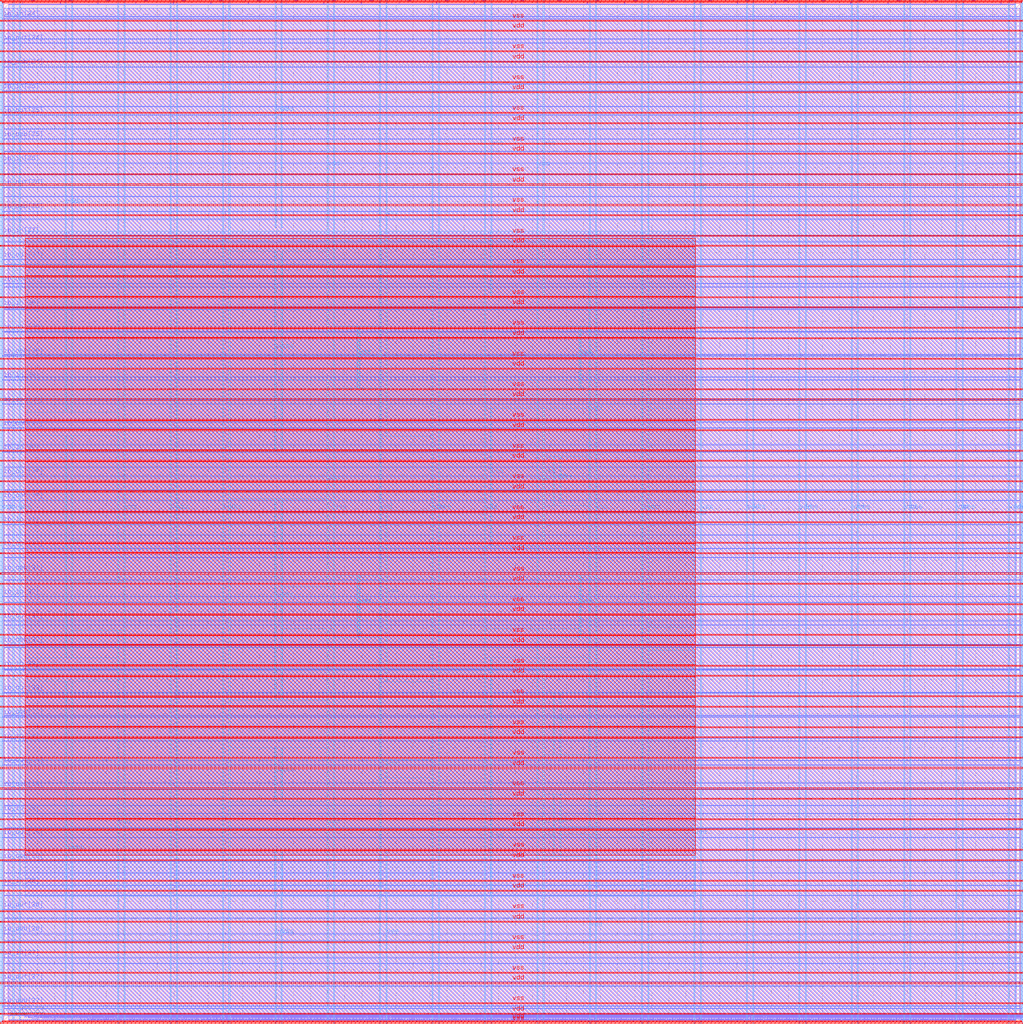
<source format=lef>
VERSION 5.7 ;
  NOWIREEXTENSIONATPIN ON ;
  DIVIDERCHAR "/" ;
  BUSBITCHARS "[]" ;
MACRO user_project_wrapper
  CLASS BLOCK ;
  FOREIGN user_project_wrapper ;
  ORIGIN 0.000 0.000 ;
  SIZE 2980.200 BY 2980.200 ;
  PIN io_in[0]
    DIRECTION INPUT ;
    USE SIGNAL ;
    PORT
      LAYER Metal3 ;
        RECT 2977.800 35.560 2985.000 36.680 ;
    END
  END io_in[0]
  PIN io_in[10]
    DIRECTION INPUT ;
    USE SIGNAL ;
    ANTENNAGATEAREA 2.369000 ;
    ANTENNADIFFAREA 0.410400 ;
    PORT
      LAYER Metal3 ;
        RECT 2977.800 2017.960 2985.000 2019.080 ;
    END
  END io_in[10]
  PIN io_in[11]
    DIRECTION INPUT ;
    USE SIGNAL ;
    ANTENNAGATEAREA 2.369000 ;
    ANTENNADIFFAREA 0.410400 ;
    PORT
      LAYER Metal3 ;
        RECT 2977.800 2216.200 2985.000 2217.320 ;
    END
  END io_in[11]
  PIN io_in[12]
    DIRECTION INPUT ;
    USE SIGNAL ;
    ANTENNAGATEAREA 2.369000 ;
    ANTENNADIFFAREA 0.410400 ;
    PORT
      LAYER Metal3 ;
        RECT 2977.800 2414.440 2985.000 2415.560 ;
    END
  END io_in[12]
  PIN io_in[13]
    DIRECTION INPUT ;
    USE SIGNAL ;
    ANTENNAGATEAREA 2.369000 ;
    ANTENNADIFFAREA 0.410400 ;
    PORT
      LAYER Metal3 ;
        RECT 2977.800 2612.680 2985.000 2613.800 ;
    END
  END io_in[13]
  PIN io_in[14]
    DIRECTION INPUT ;
    USE SIGNAL ;
    ANTENNAGATEAREA 2.369000 ;
    ANTENNADIFFAREA 0.410400 ;
    PORT
      LAYER Metal3 ;
        RECT 2977.800 2810.920 2985.000 2812.040 ;
    END
  END io_in[14]
  PIN io_in[15]
    DIRECTION INPUT ;
    USE SIGNAL ;
    ANTENNAGATEAREA 4.408000 ;
    ANTENNADIFFAREA 0.410400 ;
    PORT
      LAYER Metal2 ;
        RECT 2923.480 2977.800 2924.600 2985.000 ;
    END
  END io_in[15]
  PIN io_in[16]
    DIRECTION INPUT ;
    USE SIGNAL ;
    ANTENNAGATEAREA 2.369000 ;
    ANTENNADIFFAREA 0.410400 ;
    PORT
      LAYER Metal2 ;
        RECT 2592.520 2977.800 2593.640 2985.000 ;
    END
  END io_in[16]
  PIN io_in[17]
    DIRECTION INPUT ;
    USE SIGNAL ;
    ANTENNAGATEAREA 4.408000 ;
    ANTENNADIFFAREA 0.410400 ;
    PORT
      LAYER Metal2 ;
        RECT 2261.560 2977.800 2262.680 2985.000 ;
    END
  END io_in[17]
  PIN io_in[18]
    DIRECTION INPUT ;
    USE SIGNAL ;
    ANTENNAGATEAREA 2.369000 ;
    ANTENNADIFFAREA 0.410400 ;
    PORT
      LAYER Metal2 ;
        RECT 1930.600 2977.800 1931.720 2985.000 ;
    END
  END io_in[18]
  PIN io_in[19]
    DIRECTION INPUT ;
    USE SIGNAL ;
    ANTENNAGATEAREA 4.408000 ;
    ANTENNADIFFAREA 0.410400 ;
    PORT
      LAYER Metal2 ;
        RECT 1599.640 2977.800 1600.760 2985.000 ;
    END
  END io_in[19]
  PIN io_in[1]
    DIRECTION INPUT ;
    USE SIGNAL ;
    PORT
      LAYER Metal3 ;
        RECT 2977.800 233.800 2985.000 234.920 ;
    END
  END io_in[1]
  PIN io_in[20]
    DIRECTION INPUT ;
    USE SIGNAL ;
    ANTENNAGATEAREA 4.408000 ;
    ANTENNADIFFAREA 0.410400 ;
    PORT
      LAYER Metal2 ;
        RECT 1268.680 2977.800 1269.800 2985.000 ;
    END
  END io_in[20]
  PIN io_in[21]
    DIRECTION INPUT ;
    USE SIGNAL ;
    PORT
      LAYER Metal2 ;
        RECT 937.720 2977.800 938.840 2985.000 ;
    END
  END io_in[21]
  PIN io_in[22]
    DIRECTION INPUT ;
    USE SIGNAL ;
    PORT
      LAYER Metal2 ;
        RECT 606.760 2977.800 607.880 2985.000 ;
    END
  END io_in[22]
  PIN io_in[23]
    DIRECTION INPUT ;
    USE SIGNAL ;
    PORT
      LAYER Metal2 ;
        RECT 275.800 2977.800 276.920 2985.000 ;
    END
  END io_in[23]
  PIN io_in[24]
    DIRECTION INPUT ;
    USE SIGNAL ;
    PORT
      LAYER Metal3 ;
        RECT -4.800 2935.800 2.400 2936.920 ;
    END
  END io_in[24]
  PIN io_in[25]
    DIRECTION INPUT ;
    USE SIGNAL ;
    PORT
      LAYER Metal3 ;
        RECT -4.800 2724.120 2.400 2725.240 ;
    END
  END io_in[25]
  PIN io_in[26]
    DIRECTION INPUT ;
    USE SIGNAL ;
    PORT
      LAYER Metal3 ;
        RECT -4.800 2512.440 2.400 2513.560 ;
    END
  END io_in[26]
  PIN io_in[27]
    DIRECTION INPUT ;
    USE SIGNAL ;
    PORT
      LAYER Metal3 ;
        RECT -4.800 2300.760 2.400 2301.880 ;
    END
  END io_in[27]
  PIN io_in[28]
    DIRECTION INPUT ;
    USE SIGNAL ;
    PORT
      LAYER Metal3 ;
        RECT -4.800 2089.080 2.400 2090.200 ;
    END
  END io_in[28]
  PIN io_in[29]
    DIRECTION INPUT ;
    USE SIGNAL ;
    PORT
      LAYER Metal3 ;
        RECT -4.800 1877.400 2.400 1878.520 ;
    END
  END io_in[29]
  PIN io_in[2]
    DIRECTION INPUT ;
    USE SIGNAL ;
    PORT
      LAYER Metal3 ;
        RECT 2977.800 432.040 2985.000 433.160 ;
    END
  END io_in[2]
  PIN io_in[30]
    DIRECTION INPUT ;
    USE SIGNAL ;
    PORT
      LAYER Metal3 ;
        RECT -4.800 1665.720 2.400 1666.840 ;
    END
  END io_in[30]
  PIN io_in[31]
    DIRECTION INPUT ;
    USE SIGNAL ;
    PORT
      LAYER Metal3 ;
        RECT -4.800 1454.040 2.400 1455.160 ;
    END
  END io_in[31]
  PIN io_in[32]
    DIRECTION INPUT ;
    USE SIGNAL ;
    PORT
      LAYER Metal3 ;
        RECT -4.800 1242.360 2.400 1243.480 ;
    END
  END io_in[32]
  PIN io_in[33]
    DIRECTION INPUT ;
    USE SIGNAL ;
    ANTENNAGATEAREA 2.204000 ;
    ANTENNADIFFAREA 0.410400 ;
    PORT
      LAYER Metal3 ;
        RECT -4.800 1030.680 2.400 1031.800 ;
    END
  END io_in[33]
  PIN io_in[34]
    DIRECTION INPUT ;
    USE SIGNAL ;
    ANTENNAGATEAREA 3.555000 ;
    ANTENNADIFFAREA 0.410400 ;
    PORT
      LAYER Metal3 ;
        RECT -4.800 819.000 2.400 820.120 ;
    END
  END io_in[34]
  PIN io_in[35]
    DIRECTION INPUT ;
    USE SIGNAL ;
    ANTENNAGATEAREA 6.612000 ;
    ANTENNADIFFAREA 0.410400 ;
    PORT
      LAYER Metal3 ;
        RECT -4.800 607.320 2.400 608.440 ;
    END
  END io_in[35]
  PIN io_in[36]
    DIRECTION INPUT ;
    USE SIGNAL ;
    ANTENNAGATEAREA 1.183000 ;
    ANTENNADIFFAREA 0.410400 ;
    PORT
      LAYER Metal3 ;
        RECT -4.800 395.640 2.400 396.760 ;
    END
  END io_in[36]
  PIN io_in[37]
    DIRECTION INPUT ;
    USE SIGNAL ;
    ANTENNAGATEAREA 2.204000 ;
    ANTENNADIFFAREA 0.410400 ;
    PORT
      LAYER Metal3 ;
        RECT -4.800 183.960 2.400 185.080 ;
    END
  END io_in[37]
  PIN io_in[3]
    DIRECTION INPUT ;
    USE SIGNAL ;
    PORT
      LAYER Metal3 ;
        RECT 2977.800 630.280 2985.000 631.400 ;
    END
  END io_in[3]
  PIN io_in[4]
    DIRECTION INPUT ;
    USE SIGNAL ;
    PORT
      LAYER Metal3 ;
        RECT 2977.800 828.520 2985.000 829.640 ;
    END
  END io_in[4]
  PIN io_in[5]
    DIRECTION INPUT ;
    USE SIGNAL ;
    ANTENNAGATEAREA 6.612000 ;
    ANTENNADIFFAREA 0.410400 ;
    PORT
      LAYER Metal3 ;
        RECT 2977.800 1026.760 2985.000 1027.880 ;
    END
  END io_in[5]
  PIN io_in[6]
    DIRECTION INPUT ;
    USE SIGNAL ;
    ANTENNAGATEAREA 6.612000 ;
    ANTENNADIFFAREA 0.410400 ;
    PORT
      LAYER Metal3 ;
        RECT 2977.800 1225.000 2985.000 1226.120 ;
    END
  END io_in[6]
  PIN io_in[7]
    DIRECTION INPUT ;
    USE SIGNAL ;
    ANTENNAGATEAREA 3.555000 ;
    ANTENNADIFFAREA 0.410400 ;
    PORT
      LAYER Metal3 ;
        RECT 2977.800 1423.240 2985.000 1424.360 ;
    END
  END io_in[7]
  PIN io_in[8]
    DIRECTION INPUT ;
    USE SIGNAL ;
    ANTENNAGATEAREA 4.408000 ;
    ANTENNADIFFAREA 0.410400 ;
    PORT
      LAYER Metal3 ;
        RECT 2977.800 1621.480 2985.000 1622.600 ;
    END
  END io_in[8]
  PIN io_in[9]
    DIRECTION INPUT ;
    USE SIGNAL ;
    ANTENNAGATEAREA 2.369000 ;
    ANTENNADIFFAREA 0.410400 ;
    PORT
      LAYER Metal3 ;
        RECT 2977.800 1819.720 2985.000 1820.840 ;
    END
  END io_in[9]
  PIN io_oeb[0]
    DIRECTION OUTPUT TRISTATE ;
    USE SIGNAL ;
    ANTENNADIFFAREA 0.536800 ;
    PORT
      LAYER Metal3 ;
        RECT 2977.800 167.720 2985.000 168.840 ;
    END
  END io_oeb[0]
  PIN io_oeb[10]
    DIRECTION OUTPUT TRISTATE ;
    USE SIGNAL ;
    ANTENNADIFFAREA 0.536800 ;
    PORT
      LAYER Metal3 ;
        RECT 2977.800 2150.120 2985.000 2151.240 ;
    END
  END io_oeb[10]
  PIN io_oeb[11]
    DIRECTION OUTPUT TRISTATE ;
    USE SIGNAL ;
    ANTENNADIFFAREA 0.536800 ;
    PORT
      LAYER Metal3 ;
        RECT 2977.800 2348.360 2985.000 2349.480 ;
    END
  END io_oeb[11]
  PIN io_oeb[12]
    DIRECTION OUTPUT TRISTATE ;
    USE SIGNAL ;
    ANTENNADIFFAREA 0.536800 ;
    PORT
      LAYER Metal3 ;
        RECT 2977.800 2546.600 2985.000 2547.720 ;
    END
  END io_oeb[12]
  PIN io_oeb[13]
    DIRECTION OUTPUT TRISTATE ;
    USE SIGNAL ;
    ANTENNADIFFAREA 0.536800 ;
    PORT
      LAYER Metal3 ;
        RECT 2977.800 2744.840 2985.000 2745.960 ;
    END
  END io_oeb[13]
  PIN io_oeb[14]
    DIRECTION OUTPUT TRISTATE ;
    USE SIGNAL ;
    ANTENNADIFFAREA 0.536800 ;
    PORT
      LAYER Metal3 ;
        RECT 2977.800 2943.080 2985.000 2944.200 ;
    END
  END io_oeb[14]
  PIN io_oeb[15]
    DIRECTION OUTPUT TRISTATE ;
    USE SIGNAL ;
    ANTENNADIFFAREA 0.536800 ;
    PORT
      LAYER Metal2 ;
        RECT 2702.840 2977.800 2703.960 2985.000 ;
    END
  END io_oeb[15]
  PIN io_oeb[16]
    DIRECTION OUTPUT TRISTATE ;
    USE SIGNAL ;
    ANTENNADIFFAREA 0.536800 ;
    PORT
      LAYER Metal2 ;
        RECT 2371.880 2977.800 2373.000 2985.000 ;
    END
  END io_oeb[16]
  PIN io_oeb[17]
    DIRECTION OUTPUT TRISTATE ;
    USE SIGNAL ;
    ANTENNADIFFAREA 0.536800 ;
    PORT
      LAYER Metal2 ;
        RECT 2040.920 2977.800 2042.040 2985.000 ;
    END
  END io_oeb[17]
  PIN io_oeb[18]
    DIRECTION OUTPUT TRISTATE ;
    USE SIGNAL ;
    ANTENNADIFFAREA 0.536800 ;
    PORT
      LAYER Metal2 ;
        RECT 1709.960 2977.800 1711.080 2985.000 ;
    END
  END io_oeb[18]
  PIN io_oeb[19]
    DIRECTION OUTPUT TRISTATE ;
    USE SIGNAL ;
    ANTENNADIFFAREA 0.536800 ;
    PORT
      LAYER Metal2 ;
        RECT 1379.000 2977.800 1380.120 2985.000 ;
    END
  END io_oeb[19]
  PIN io_oeb[1]
    DIRECTION OUTPUT TRISTATE ;
    USE SIGNAL ;
    ANTENNADIFFAREA 0.536800 ;
    PORT
      LAYER Metal3 ;
        RECT 2977.800 365.960 2985.000 367.080 ;
    END
  END io_oeb[1]
  PIN io_oeb[20]
    DIRECTION OUTPUT TRISTATE ;
    USE SIGNAL ;
    ANTENNADIFFAREA 0.536800 ;
    PORT
      LAYER Metal2 ;
        RECT 1048.040 2977.800 1049.160 2985.000 ;
    END
  END io_oeb[20]
  PIN io_oeb[21]
    DIRECTION OUTPUT TRISTATE ;
    USE SIGNAL ;
    ANTENNADIFFAREA 0.360800 ;
    PORT
      LAYER Metal2 ;
        RECT 717.080 2977.800 718.200 2985.000 ;
    END
  END io_oeb[21]
  PIN io_oeb[22]
    DIRECTION OUTPUT TRISTATE ;
    USE SIGNAL ;
    ANTENNADIFFAREA 0.360800 ;
    PORT
      LAYER Metal2 ;
        RECT 386.120 2977.800 387.240 2985.000 ;
    END
  END io_oeb[22]
  PIN io_oeb[23]
    DIRECTION OUTPUT TRISTATE ;
    USE SIGNAL ;
    ANTENNADIFFAREA 0.360800 ;
    PORT
      LAYER Metal2 ;
        RECT 55.160 2977.800 56.280 2985.000 ;
    END
  END io_oeb[23]
  PIN io_oeb[24]
    DIRECTION OUTPUT TRISTATE ;
    USE SIGNAL ;
    ANTENNADIFFAREA 0.360800 ;
    PORT
      LAYER Metal3 ;
        RECT -4.800 2794.680 2.400 2795.800 ;
    END
  END io_oeb[24]
  PIN io_oeb[25]
    DIRECTION OUTPUT TRISTATE ;
    USE SIGNAL ;
    ANTENNADIFFAREA 0.360800 ;
    PORT
      LAYER Metal3 ;
        RECT -4.800 2583.000 2.400 2584.120 ;
    END
  END io_oeb[25]
  PIN io_oeb[26]
    DIRECTION OUTPUT TRISTATE ;
    USE SIGNAL ;
    ANTENNADIFFAREA 0.360800 ;
    PORT
      LAYER Metal3 ;
        RECT -4.800 2371.320 2.400 2372.440 ;
    END
  END io_oeb[26]
  PIN io_oeb[27]
    DIRECTION OUTPUT TRISTATE ;
    USE SIGNAL ;
    ANTENNADIFFAREA 0.360800 ;
    PORT
      LAYER Metal3 ;
        RECT -4.800 2159.640 2.400 2160.760 ;
    END
  END io_oeb[27]
  PIN io_oeb[28]
    DIRECTION OUTPUT TRISTATE ;
    USE SIGNAL ;
    ANTENNADIFFAREA 0.360800 ;
    PORT
      LAYER Metal3 ;
        RECT -4.800 1947.960 2.400 1949.080 ;
    END
  END io_oeb[28]
  PIN io_oeb[29]
    DIRECTION OUTPUT TRISTATE ;
    USE SIGNAL ;
    ANTENNADIFFAREA 0.360800 ;
    PORT
      LAYER Metal3 ;
        RECT -4.800 1736.280 2.400 1737.400 ;
    END
  END io_oeb[29]
  PIN io_oeb[2]
    DIRECTION OUTPUT TRISTATE ;
    USE SIGNAL ;
    ANTENNADIFFAREA 0.536800 ;
    PORT
      LAYER Metal3 ;
        RECT 2977.800 564.200 2985.000 565.320 ;
    END
  END io_oeb[2]
  PIN io_oeb[30]
    DIRECTION OUTPUT TRISTATE ;
    USE SIGNAL ;
    ANTENNADIFFAREA 0.360800 ;
    PORT
      LAYER Metal3 ;
        RECT -4.800 1524.600 2.400 1525.720 ;
    END
  END io_oeb[30]
  PIN io_oeb[31]
    DIRECTION OUTPUT TRISTATE ;
    USE SIGNAL ;
    ANTENNADIFFAREA 0.360800 ;
    PORT
      LAYER Metal3 ;
        RECT -4.800 1312.920 2.400 1314.040 ;
    END
  END io_oeb[31]
  PIN io_oeb[32]
    DIRECTION OUTPUT TRISTATE ;
    USE SIGNAL ;
    ANTENNADIFFAREA 0.360800 ;
    PORT
      LAYER Metal3 ;
        RECT -4.800 1101.240 2.400 1102.360 ;
    END
  END io_oeb[32]
  PIN io_oeb[33]
    DIRECTION OUTPUT TRISTATE ;
    USE SIGNAL ;
    ANTENNADIFFAREA 0.536800 ;
    PORT
      LAYER Metal3 ;
        RECT -4.800 889.560 2.400 890.680 ;
    END
  END io_oeb[33]
  PIN io_oeb[34]
    DIRECTION OUTPUT TRISTATE ;
    USE SIGNAL ;
    ANTENNADIFFAREA 0.536800 ;
    PORT
      LAYER Metal3 ;
        RECT -4.800 677.880 2.400 679.000 ;
    END
  END io_oeb[34]
  PIN io_oeb[35]
    DIRECTION OUTPUT TRISTATE ;
    USE SIGNAL ;
    ANTENNADIFFAREA 0.536800 ;
    PORT
      LAYER Metal3 ;
        RECT -4.800 466.200 2.400 467.320 ;
    END
  END io_oeb[35]
  PIN io_oeb[36]
    DIRECTION OUTPUT TRISTATE ;
    USE SIGNAL ;
    ANTENNADIFFAREA 0.536800 ;
    PORT
      LAYER Metal3 ;
        RECT -4.800 254.520 2.400 255.640 ;
    END
  END io_oeb[36]
  PIN io_oeb[37]
    DIRECTION OUTPUT TRISTATE ;
    USE SIGNAL ;
    ANTENNADIFFAREA 0.536800 ;
    PORT
      LAYER Metal3 ;
        RECT -4.800 42.840 2.400 43.960 ;
    END
  END io_oeb[37]
  PIN io_oeb[3]
    DIRECTION OUTPUT TRISTATE ;
    USE SIGNAL ;
    ANTENNADIFFAREA 0.536800 ;
    PORT
      LAYER Metal3 ;
        RECT 2977.800 762.440 2985.000 763.560 ;
    END
  END io_oeb[3]
  PIN io_oeb[4]
    DIRECTION OUTPUT TRISTATE ;
    USE SIGNAL ;
    ANTENNADIFFAREA 0.536800 ;
    PORT
      LAYER Metal3 ;
        RECT 2977.800 960.680 2985.000 961.800 ;
    END
  END io_oeb[4]
  PIN io_oeb[5]
    DIRECTION OUTPUT TRISTATE ;
    USE SIGNAL ;
    ANTENNADIFFAREA 0.536800 ;
    PORT
      LAYER Metal3 ;
        RECT 2977.800 1158.920 2985.000 1160.040 ;
    END
  END io_oeb[5]
  PIN io_oeb[6]
    DIRECTION OUTPUT TRISTATE ;
    USE SIGNAL ;
    ANTENNADIFFAREA 0.536800 ;
    PORT
      LAYER Metal3 ;
        RECT 2977.800 1357.160 2985.000 1358.280 ;
    END
  END io_oeb[6]
  PIN io_oeb[7]
    DIRECTION OUTPUT TRISTATE ;
    USE SIGNAL ;
    ANTENNADIFFAREA 0.536800 ;
    PORT
      LAYER Metal3 ;
        RECT 2977.800 1555.400 2985.000 1556.520 ;
    END
  END io_oeb[7]
  PIN io_oeb[8]
    DIRECTION OUTPUT TRISTATE ;
    USE SIGNAL ;
    ANTENNADIFFAREA 0.536800 ;
    PORT
      LAYER Metal3 ;
        RECT 2977.800 1753.640 2985.000 1754.760 ;
    END
  END io_oeb[8]
  PIN io_oeb[9]
    DIRECTION OUTPUT TRISTATE ;
    USE SIGNAL ;
    ANTENNADIFFAREA 0.536800 ;
    PORT
      LAYER Metal3 ;
        RECT 2977.800 1951.880 2985.000 1953.000 ;
    END
  END io_oeb[9]
  PIN io_out[0]
    DIRECTION OUTPUT TRISTATE ;
    USE SIGNAL ;
    ANTENNADIFFAREA 0.360800 ;
    PORT
      LAYER Metal3 ;
        RECT 2977.800 101.640 2985.000 102.760 ;
    END
  END io_out[0]
  PIN io_out[10]
    DIRECTION OUTPUT TRISTATE ;
    USE SIGNAL ;
    ANTENNADIFFAREA 0.360800 ;
    PORT
      LAYER Metal3 ;
        RECT 2977.800 2084.040 2985.000 2085.160 ;
    END
  END io_out[10]
  PIN io_out[11]
    DIRECTION OUTPUT TRISTATE ;
    USE SIGNAL ;
    ANTENNADIFFAREA 0.360800 ;
    PORT
      LAYER Metal3 ;
        RECT 2977.800 2282.280 2985.000 2283.400 ;
    END
  END io_out[11]
  PIN io_out[12]
    DIRECTION OUTPUT TRISTATE ;
    USE SIGNAL ;
    ANTENNADIFFAREA 0.360800 ;
    PORT
      LAYER Metal3 ;
        RECT 2977.800 2480.520 2985.000 2481.640 ;
    END
  END io_out[12]
  PIN io_out[13]
    DIRECTION OUTPUT TRISTATE ;
    USE SIGNAL ;
    ANTENNADIFFAREA 0.360800 ;
    PORT
      LAYER Metal3 ;
        RECT 2977.800 2678.760 2985.000 2679.880 ;
    END
  END io_out[13]
  PIN io_out[14]
    DIRECTION OUTPUT TRISTATE ;
    USE SIGNAL ;
    ANTENNADIFFAREA 0.360800 ;
    PORT
      LAYER Metal3 ;
        RECT 2977.800 2877.000 2985.000 2878.120 ;
    END
  END io_out[14]
  PIN io_out[15]
    DIRECTION OUTPUT TRISTATE ;
    USE SIGNAL ;
    ANTENNADIFFAREA 0.360800 ;
    PORT
      LAYER Metal2 ;
        RECT 2813.160 2977.800 2814.280 2985.000 ;
    END
  END io_out[15]
  PIN io_out[16]
    DIRECTION OUTPUT TRISTATE ;
    USE SIGNAL ;
    ANTENNADIFFAREA 0.360800 ;
    PORT
      LAYER Metal2 ;
        RECT 2482.200 2977.800 2483.320 2985.000 ;
    END
  END io_out[16]
  PIN io_out[17]
    DIRECTION OUTPUT TRISTATE ;
    USE SIGNAL ;
    ANTENNADIFFAREA 0.360800 ;
    PORT
      LAYER Metal2 ;
        RECT 2151.240 2977.800 2152.360 2985.000 ;
    END
  END io_out[17]
  PIN io_out[18]
    DIRECTION OUTPUT TRISTATE ;
    USE SIGNAL ;
    ANTENNADIFFAREA 0.360800 ;
    PORT
      LAYER Metal2 ;
        RECT 1820.280 2977.800 1821.400 2985.000 ;
    END
  END io_out[18]
  PIN io_out[19]
    DIRECTION OUTPUT TRISTATE ;
    USE SIGNAL ;
    ANTENNADIFFAREA 0.360800 ;
    PORT
      LAYER Metal2 ;
        RECT 1489.320 2977.800 1490.440 2985.000 ;
    END
  END io_out[19]
  PIN io_out[1]
    DIRECTION OUTPUT TRISTATE ;
    USE SIGNAL ;
    ANTENNADIFFAREA 0.360800 ;
    PORT
      LAYER Metal3 ;
        RECT 2977.800 299.880 2985.000 301.000 ;
    END
  END io_out[1]
  PIN io_out[20]
    DIRECTION OUTPUT TRISTATE ;
    USE SIGNAL ;
    ANTENNADIFFAREA 0.360800 ;
    PORT
      LAYER Metal2 ;
        RECT 1158.360 2977.800 1159.480 2985.000 ;
    END
  END io_out[20]
  PIN io_out[21]
    DIRECTION OUTPUT TRISTATE ;
    USE SIGNAL ;
    ANTENNADIFFAREA 4.731200 ;
    PORT
      LAYER Metal2 ;
        RECT 827.400 2977.800 828.520 2985.000 ;
    END
  END io_out[21]
  PIN io_out[22]
    DIRECTION OUTPUT TRISTATE ;
    USE SIGNAL ;
    ANTENNADIFFAREA 4.731200 ;
    PORT
      LAYER Metal2 ;
        RECT 496.440 2977.800 497.560 2985.000 ;
    END
  END io_out[22]
  PIN io_out[23]
    DIRECTION OUTPUT TRISTATE ;
    USE SIGNAL ;
    ANTENNADIFFAREA 4.731200 ;
    PORT
      LAYER Metal2 ;
        RECT 165.480 2977.800 166.600 2985.000 ;
    END
  END io_out[23]
  PIN io_out[24]
    DIRECTION OUTPUT TRISTATE ;
    USE SIGNAL ;
    ANTENNADIFFAREA 4.731200 ;
    PORT
      LAYER Metal3 ;
        RECT -4.800 2865.240 2.400 2866.360 ;
    END
  END io_out[24]
  PIN io_out[25]
    DIRECTION OUTPUT TRISTATE ;
    USE SIGNAL ;
    ANTENNADIFFAREA 4.731200 ;
    PORT
      LAYER Metal3 ;
        RECT -4.800 2653.560 2.400 2654.680 ;
    END
  END io_out[25]
  PIN io_out[26]
    DIRECTION OUTPUT TRISTATE ;
    USE SIGNAL ;
    ANTENNADIFFAREA 4.731200 ;
    PORT
      LAYER Metal3 ;
        RECT -4.800 2441.880 2.400 2443.000 ;
    END
  END io_out[26]
  PIN io_out[27]
    DIRECTION OUTPUT TRISTATE ;
    USE SIGNAL ;
    ANTENNADIFFAREA 4.731200 ;
    PORT
      LAYER Metal3 ;
        RECT -4.800 2230.200 2.400 2231.320 ;
    END
  END io_out[27]
  PIN io_out[28]
    DIRECTION OUTPUT TRISTATE ;
    USE SIGNAL ;
    ANTENNADIFFAREA 4.731200 ;
    PORT
      LAYER Metal3 ;
        RECT -4.800 2018.520 2.400 2019.640 ;
    END
  END io_out[28]
  PIN io_out[29]
    DIRECTION OUTPUT TRISTATE ;
    USE SIGNAL ;
    ANTENNADIFFAREA 4.731200 ;
    PORT
      LAYER Metal3 ;
        RECT -4.800 1806.840 2.400 1807.960 ;
    END
  END io_out[29]
  PIN io_out[2]
    DIRECTION OUTPUT TRISTATE ;
    USE SIGNAL ;
    ANTENNADIFFAREA 0.360800 ;
    PORT
      LAYER Metal3 ;
        RECT 2977.800 498.120 2985.000 499.240 ;
    END
  END io_out[2]
  PIN io_out[30]
    DIRECTION OUTPUT TRISTATE ;
    USE SIGNAL ;
    ANTENNADIFFAREA 4.731200 ;
    PORT
      LAYER Metal3 ;
        RECT -4.800 1595.160 2.400 1596.280 ;
    END
  END io_out[30]
  PIN io_out[31]
    DIRECTION OUTPUT TRISTATE ;
    USE SIGNAL ;
    ANTENNADIFFAREA 4.731200 ;
    PORT
      LAYER Metal3 ;
        RECT -4.800 1383.480 2.400 1384.600 ;
    END
  END io_out[31]
  PIN io_out[32]
    DIRECTION OUTPUT TRISTATE ;
    USE SIGNAL ;
    ANTENNADIFFAREA 4.731200 ;
    PORT
      LAYER Metal3 ;
        RECT -4.800 1171.800 2.400 1172.920 ;
    END
  END io_out[32]
  PIN io_out[33]
    DIRECTION OUTPUT TRISTATE ;
    USE SIGNAL ;
    ANTENNADIFFAREA 0.360800 ;
    PORT
      LAYER Metal3 ;
        RECT -4.800 960.120 2.400 961.240 ;
    END
  END io_out[33]
  PIN io_out[34]
    DIRECTION OUTPUT TRISTATE ;
    USE SIGNAL ;
    ANTENNADIFFAREA 0.360800 ;
    PORT
      LAYER Metal3 ;
        RECT -4.800 748.440 2.400 749.560 ;
    END
  END io_out[34]
  PIN io_out[35]
    DIRECTION OUTPUT TRISTATE ;
    USE SIGNAL ;
    ANTENNADIFFAREA 0.360800 ;
    PORT
      LAYER Metal3 ;
        RECT -4.800 536.760 2.400 537.880 ;
    END
  END io_out[35]
  PIN io_out[36]
    DIRECTION OUTPUT TRISTATE ;
    USE SIGNAL ;
    ANTENNADIFFAREA 0.360800 ;
    PORT
      LAYER Metal3 ;
        RECT -4.800 325.080 2.400 326.200 ;
    END
  END io_out[36]
  PIN io_out[37]
    DIRECTION OUTPUT TRISTATE ;
    USE SIGNAL ;
    ANTENNADIFFAREA 0.360800 ;
    PORT
      LAYER Metal3 ;
        RECT -4.800 113.400 2.400 114.520 ;
    END
  END io_out[37]
  PIN io_out[3]
    DIRECTION OUTPUT TRISTATE ;
    USE SIGNAL ;
    ANTENNADIFFAREA 0.360800 ;
    PORT
      LAYER Metal3 ;
        RECT 2977.800 696.360 2985.000 697.480 ;
    END
  END io_out[3]
  PIN io_out[4]
    DIRECTION OUTPUT TRISTATE ;
    USE SIGNAL ;
    ANTENNADIFFAREA 0.360800 ;
    PORT
      LAYER Metal3 ;
        RECT 2977.800 894.600 2985.000 895.720 ;
    END
  END io_out[4]
  PIN io_out[5]
    DIRECTION OUTPUT TRISTATE ;
    USE SIGNAL ;
    ANTENNADIFFAREA 0.360800 ;
    PORT
      LAYER Metal3 ;
        RECT 2977.800 1092.840 2985.000 1093.960 ;
    END
  END io_out[5]
  PIN io_out[6]
    DIRECTION OUTPUT TRISTATE ;
    USE SIGNAL ;
    ANTENNADIFFAREA 0.360800 ;
    PORT
      LAYER Metal3 ;
        RECT 2977.800 1291.080 2985.000 1292.200 ;
    END
  END io_out[6]
  PIN io_out[7]
    DIRECTION OUTPUT TRISTATE ;
    USE SIGNAL ;
    ANTENNADIFFAREA 0.360800 ;
    PORT
      LAYER Metal3 ;
        RECT 2977.800 1489.320 2985.000 1490.440 ;
    END
  END io_out[7]
  PIN io_out[8]
    DIRECTION OUTPUT TRISTATE ;
    USE SIGNAL ;
    ANTENNADIFFAREA 0.360800 ;
    PORT
      LAYER Metal3 ;
        RECT 2977.800 1687.560 2985.000 1688.680 ;
    END
  END io_out[8]
  PIN io_out[9]
    DIRECTION OUTPUT TRISTATE ;
    USE SIGNAL ;
    ANTENNADIFFAREA 0.360800 ;
    PORT
      LAYER Metal3 ;
        RECT 2977.800 1885.800 2985.000 1886.920 ;
    END
  END io_out[9]
  PIN la_data_in[0]
    DIRECTION INPUT ;
    USE SIGNAL ;
    PORT
      LAYER Metal2 ;
        RECT 1065.960 -4.800 1067.080 2.400 ;
    END
  END la_data_in[0]
  PIN la_data_in[10]
    DIRECTION INPUT ;
    USE SIGNAL ;
    PORT
      LAYER Metal2 ;
        RECT 1351.560 -4.800 1352.680 2.400 ;
    END
  END la_data_in[10]
  PIN la_data_in[11]
    DIRECTION INPUT ;
    USE SIGNAL ;
    PORT
      LAYER Metal2 ;
        RECT 1380.120 -4.800 1381.240 2.400 ;
    END
  END la_data_in[11]
  PIN la_data_in[12]
    DIRECTION INPUT ;
    USE SIGNAL ;
    PORT
      LAYER Metal2 ;
        RECT 1408.680 -4.800 1409.800 2.400 ;
    END
  END la_data_in[12]
  PIN la_data_in[13]
    DIRECTION INPUT ;
    USE SIGNAL ;
    PORT
      LAYER Metal2 ;
        RECT 1437.240 -4.800 1438.360 2.400 ;
    END
  END la_data_in[13]
  PIN la_data_in[14]
    DIRECTION INPUT ;
    USE SIGNAL ;
    PORT
      LAYER Metal2 ;
        RECT 1465.800 -4.800 1466.920 2.400 ;
    END
  END la_data_in[14]
  PIN la_data_in[15]
    DIRECTION INPUT ;
    USE SIGNAL ;
    PORT
      LAYER Metal2 ;
        RECT 1494.360 -4.800 1495.480 2.400 ;
    END
  END la_data_in[15]
  PIN la_data_in[16]
    DIRECTION INPUT ;
    USE SIGNAL ;
    PORT
      LAYER Metal2 ;
        RECT 1522.920 -4.800 1524.040 2.400 ;
    END
  END la_data_in[16]
  PIN la_data_in[17]
    DIRECTION INPUT ;
    USE SIGNAL ;
    PORT
      LAYER Metal2 ;
        RECT 1551.480 -4.800 1552.600 2.400 ;
    END
  END la_data_in[17]
  PIN la_data_in[18]
    DIRECTION INPUT ;
    USE SIGNAL ;
    PORT
      LAYER Metal2 ;
        RECT 1580.040 -4.800 1581.160 2.400 ;
    END
  END la_data_in[18]
  PIN la_data_in[19]
    DIRECTION INPUT ;
    USE SIGNAL ;
    PORT
      LAYER Metal2 ;
        RECT 1608.600 -4.800 1609.720 2.400 ;
    END
  END la_data_in[19]
  PIN la_data_in[1]
    DIRECTION INPUT ;
    USE SIGNAL ;
    PORT
      LAYER Metal2 ;
        RECT 1094.520 -4.800 1095.640 2.400 ;
    END
  END la_data_in[1]
  PIN la_data_in[20]
    DIRECTION INPUT ;
    USE SIGNAL ;
    PORT
      LAYER Metal2 ;
        RECT 1637.160 -4.800 1638.280 2.400 ;
    END
  END la_data_in[20]
  PIN la_data_in[21]
    DIRECTION INPUT ;
    USE SIGNAL ;
    PORT
      LAYER Metal2 ;
        RECT 1665.720 -4.800 1666.840 2.400 ;
    END
  END la_data_in[21]
  PIN la_data_in[22]
    DIRECTION INPUT ;
    USE SIGNAL ;
    PORT
      LAYER Metal2 ;
        RECT 1694.280 -4.800 1695.400 2.400 ;
    END
  END la_data_in[22]
  PIN la_data_in[23]
    DIRECTION INPUT ;
    USE SIGNAL ;
    PORT
      LAYER Metal2 ;
        RECT 1722.840 -4.800 1723.960 2.400 ;
    END
  END la_data_in[23]
  PIN la_data_in[24]
    DIRECTION INPUT ;
    USE SIGNAL ;
    PORT
      LAYER Metal2 ;
        RECT 1751.400 -4.800 1752.520 2.400 ;
    END
  END la_data_in[24]
  PIN la_data_in[25]
    DIRECTION INPUT ;
    USE SIGNAL ;
    PORT
      LAYER Metal2 ;
        RECT 1779.960 -4.800 1781.080 2.400 ;
    END
  END la_data_in[25]
  PIN la_data_in[26]
    DIRECTION INPUT ;
    USE SIGNAL ;
    PORT
      LAYER Metal2 ;
        RECT 1808.520 -4.800 1809.640 2.400 ;
    END
  END la_data_in[26]
  PIN la_data_in[27]
    DIRECTION INPUT ;
    USE SIGNAL ;
    PORT
      LAYER Metal2 ;
        RECT 1837.080 -4.800 1838.200 2.400 ;
    END
  END la_data_in[27]
  PIN la_data_in[28]
    DIRECTION INPUT ;
    USE SIGNAL ;
    PORT
      LAYER Metal2 ;
        RECT 1865.640 -4.800 1866.760 2.400 ;
    END
  END la_data_in[28]
  PIN la_data_in[29]
    DIRECTION INPUT ;
    USE SIGNAL ;
    PORT
      LAYER Metal2 ;
        RECT 1894.200 -4.800 1895.320 2.400 ;
    END
  END la_data_in[29]
  PIN la_data_in[2]
    DIRECTION INPUT ;
    USE SIGNAL ;
    PORT
      LAYER Metal2 ;
        RECT 1123.080 -4.800 1124.200 2.400 ;
    END
  END la_data_in[2]
  PIN la_data_in[30]
    DIRECTION INPUT ;
    USE SIGNAL ;
    PORT
      LAYER Metal2 ;
        RECT 1922.760 -4.800 1923.880 2.400 ;
    END
  END la_data_in[30]
  PIN la_data_in[31]
    DIRECTION INPUT ;
    USE SIGNAL ;
    PORT
      LAYER Metal2 ;
        RECT 1951.320 -4.800 1952.440 2.400 ;
    END
  END la_data_in[31]
  PIN la_data_in[32]
    DIRECTION INPUT ;
    USE SIGNAL ;
    PORT
      LAYER Metal2 ;
        RECT 1979.880 -4.800 1981.000 2.400 ;
    END
  END la_data_in[32]
  PIN la_data_in[33]
    DIRECTION INPUT ;
    USE SIGNAL ;
    PORT
      LAYER Metal2 ;
        RECT 2008.440 -4.800 2009.560 2.400 ;
    END
  END la_data_in[33]
  PIN la_data_in[34]
    DIRECTION INPUT ;
    USE SIGNAL ;
    PORT
      LAYER Metal2 ;
        RECT 2037.000 -4.800 2038.120 2.400 ;
    END
  END la_data_in[34]
  PIN la_data_in[35]
    DIRECTION INPUT ;
    USE SIGNAL ;
    PORT
      LAYER Metal2 ;
        RECT 2065.560 -4.800 2066.680 2.400 ;
    END
  END la_data_in[35]
  PIN la_data_in[36]
    DIRECTION INPUT ;
    USE SIGNAL ;
    PORT
      LAYER Metal2 ;
        RECT 2094.120 -4.800 2095.240 2.400 ;
    END
  END la_data_in[36]
  PIN la_data_in[37]
    DIRECTION INPUT ;
    USE SIGNAL ;
    PORT
      LAYER Metal2 ;
        RECT 2122.680 -4.800 2123.800 2.400 ;
    END
  END la_data_in[37]
  PIN la_data_in[38]
    DIRECTION INPUT ;
    USE SIGNAL ;
    PORT
      LAYER Metal2 ;
        RECT 2151.240 -4.800 2152.360 2.400 ;
    END
  END la_data_in[38]
  PIN la_data_in[39]
    DIRECTION INPUT ;
    USE SIGNAL ;
    PORT
      LAYER Metal2 ;
        RECT 2179.800 -4.800 2180.920 2.400 ;
    END
  END la_data_in[39]
  PIN la_data_in[3]
    DIRECTION INPUT ;
    USE SIGNAL ;
    PORT
      LAYER Metal2 ;
        RECT 1151.640 -4.800 1152.760 2.400 ;
    END
  END la_data_in[3]
  PIN la_data_in[40]
    DIRECTION INPUT ;
    USE SIGNAL ;
    PORT
      LAYER Metal2 ;
        RECT 2208.360 -4.800 2209.480 2.400 ;
    END
  END la_data_in[40]
  PIN la_data_in[41]
    DIRECTION INPUT ;
    USE SIGNAL ;
    PORT
      LAYER Metal2 ;
        RECT 2236.920 -4.800 2238.040 2.400 ;
    END
  END la_data_in[41]
  PIN la_data_in[42]
    DIRECTION INPUT ;
    USE SIGNAL ;
    PORT
      LAYER Metal2 ;
        RECT 2265.480 -4.800 2266.600 2.400 ;
    END
  END la_data_in[42]
  PIN la_data_in[43]
    DIRECTION INPUT ;
    USE SIGNAL ;
    PORT
      LAYER Metal2 ;
        RECT 2294.040 -4.800 2295.160 2.400 ;
    END
  END la_data_in[43]
  PIN la_data_in[44]
    DIRECTION INPUT ;
    USE SIGNAL ;
    PORT
      LAYER Metal2 ;
        RECT 2322.600 -4.800 2323.720 2.400 ;
    END
  END la_data_in[44]
  PIN la_data_in[45]
    DIRECTION INPUT ;
    USE SIGNAL ;
    PORT
      LAYER Metal2 ;
        RECT 2351.160 -4.800 2352.280 2.400 ;
    END
  END la_data_in[45]
  PIN la_data_in[46]
    DIRECTION INPUT ;
    USE SIGNAL ;
    PORT
      LAYER Metal2 ;
        RECT 2379.720 -4.800 2380.840 2.400 ;
    END
  END la_data_in[46]
  PIN la_data_in[47]
    DIRECTION INPUT ;
    USE SIGNAL ;
    PORT
      LAYER Metal2 ;
        RECT 2408.280 -4.800 2409.400 2.400 ;
    END
  END la_data_in[47]
  PIN la_data_in[48]
    DIRECTION INPUT ;
    USE SIGNAL ;
    PORT
      LAYER Metal2 ;
        RECT 2436.840 -4.800 2437.960 2.400 ;
    END
  END la_data_in[48]
  PIN la_data_in[49]
    DIRECTION INPUT ;
    USE SIGNAL ;
    PORT
      LAYER Metal2 ;
        RECT 2465.400 -4.800 2466.520 2.400 ;
    END
  END la_data_in[49]
  PIN la_data_in[4]
    DIRECTION INPUT ;
    USE SIGNAL ;
    PORT
      LAYER Metal2 ;
        RECT 1180.200 -4.800 1181.320 2.400 ;
    END
  END la_data_in[4]
  PIN la_data_in[50]
    DIRECTION INPUT ;
    USE SIGNAL ;
    PORT
      LAYER Metal2 ;
        RECT 2493.960 -4.800 2495.080 2.400 ;
    END
  END la_data_in[50]
  PIN la_data_in[51]
    DIRECTION INPUT ;
    USE SIGNAL ;
    PORT
      LAYER Metal2 ;
        RECT 2522.520 -4.800 2523.640 2.400 ;
    END
  END la_data_in[51]
  PIN la_data_in[52]
    DIRECTION INPUT ;
    USE SIGNAL ;
    PORT
      LAYER Metal2 ;
        RECT 2551.080 -4.800 2552.200 2.400 ;
    END
  END la_data_in[52]
  PIN la_data_in[53]
    DIRECTION INPUT ;
    USE SIGNAL ;
    PORT
      LAYER Metal2 ;
        RECT 2579.640 -4.800 2580.760 2.400 ;
    END
  END la_data_in[53]
  PIN la_data_in[54]
    DIRECTION INPUT ;
    USE SIGNAL ;
    PORT
      LAYER Metal2 ;
        RECT 2608.200 -4.800 2609.320 2.400 ;
    END
  END la_data_in[54]
  PIN la_data_in[55]
    DIRECTION INPUT ;
    USE SIGNAL ;
    PORT
      LAYER Metal2 ;
        RECT 2636.760 -4.800 2637.880 2.400 ;
    END
  END la_data_in[55]
  PIN la_data_in[56]
    DIRECTION INPUT ;
    USE SIGNAL ;
    PORT
      LAYER Metal2 ;
        RECT 2665.320 -4.800 2666.440 2.400 ;
    END
  END la_data_in[56]
  PIN la_data_in[57]
    DIRECTION INPUT ;
    USE SIGNAL ;
    PORT
      LAYER Metal2 ;
        RECT 2693.880 -4.800 2695.000 2.400 ;
    END
  END la_data_in[57]
  PIN la_data_in[58]
    DIRECTION INPUT ;
    USE SIGNAL ;
    PORT
      LAYER Metal2 ;
        RECT 2722.440 -4.800 2723.560 2.400 ;
    END
  END la_data_in[58]
  PIN la_data_in[59]
    DIRECTION INPUT ;
    USE SIGNAL ;
    PORT
      LAYER Metal2 ;
        RECT 2751.000 -4.800 2752.120 2.400 ;
    END
  END la_data_in[59]
  PIN la_data_in[5]
    DIRECTION INPUT ;
    USE SIGNAL ;
    PORT
      LAYER Metal2 ;
        RECT 1208.760 -4.800 1209.880 2.400 ;
    END
  END la_data_in[5]
  PIN la_data_in[60]
    DIRECTION INPUT ;
    USE SIGNAL ;
    PORT
      LAYER Metal2 ;
        RECT 2779.560 -4.800 2780.680 2.400 ;
    END
  END la_data_in[60]
  PIN la_data_in[61]
    DIRECTION INPUT ;
    USE SIGNAL ;
    PORT
      LAYER Metal2 ;
        RECT 2808.120 -4.800 2809.240 2.400 ;
    END
  END la_data_in[61]
  PIN la_data_in[62]
    DIRECTION INPUT ;
    USE SIGNAL ;
    PORT
      LAYER Metal2 ;
        RECT 2836.680 -4.800 2837.800 2.400 ;
    END
  END la_data_in[62]
  PIN la_data_in[63]
    DIRECTION INPUT ;
    USE SIGNAL ;
    PORT
      LAYER Metal2 ;
        RECT 2865.240 -4.800 2866.360 2.400 ;
    END
  END la_data_in[63]
  PIN la_data_in[6]
    DIRECTION INPUT ;
    USE SIGNAL ;
    PORT
      LAYER Metal2 ;
        RECT 1237.320 -4.800 1238.440 2.400 ;
    END
  END la_data_in[6]
  PIN la_data_in[7]
    DIRECTION INPUT ;
    USE SIGNAL ;
    PORT
      LAYER Metal2 ;
        RECT 1265.880 -4.800 1267.000 2.400 ;
    END
  END la_data_in[7]
  PIN la_data_in[8]
    DIRECTION INPUT ;
    USE SIGNAL ;
    PORT
      LAYER Metal2 ;
        RECT 1294.440 -4.800 1295.560 2.400 ;
    END
  END la_data_in[8]
  PIN la_data_in[9]
    DIRECTION INPUT ;
    USE SIGNAL ;
    PORT
      LAYER Metal2 ;
        RECT 1323.000 -4.800 1324.120 2.400 ;
    END
  END la_data_in[9]
  PIN la_data_out[0]
    DIRECTION OUTPUT TRISTATE ;
    USE SIGNAL ;
    ANTENNADIFFAREA 0.360800 ;
    PORT
      LAYER Metal2 ;
        RECT 1075.480 -4.800 1076.600 2.400 ;
    END
  END la_data_out[0]
  PIN la_data_out[10]
    DIRECTION OUTPUT TRISTATE ;
    USE SIGNAL ;
    ANTENNADIFFAREA 0.360800 ;
    PORT
      LAYER Metal2 ;
        RECT 1361.080 -4.800 1362.200 2.400 ;
    END
  END la_data_out[10]
  PIN la_data_out[11]
    DIRECTION OUTPUT TRISTATE ;
    USE SIGNAL ;
    ANTENNADIFFAREA 0.360800 ;
    PORT
      LAYER Metal2 ;
        RECT 1389.640 -4.800 1390.760 2.400 ;
    END
  END la_data_out[11]
  PIN la_data_out[12]
    DIRECTION OUTPUT TRISTATE ;
    USE SIGNAL ;
    ANTENNADIFFAREA 0.360800 ;
    PORT
      LAYER Metal2 ;
        RECT 1418.200 -4.800 1419.320 2.400 ;
    END
  END la_data_out[12]
  PIN la_data_out[13]
    DIRECTION OUTPUT TRISTATE ;
    USE SIGNAL ;
    ANTENNADIFFAREA 0.360800 ;
    PORT
      LAYER Metal2 ;
        RECT 1446.760 -4.800 1447.880 2.400 ;
    END
  END la_data_out[13]
  PIN la_data_out[14]
    DIRECTION OUTPUT TRISTATE ;
    USE SIGNAL ;
    ANTENNADIFFAREA 0.360800 ;
    PORT
      LAYER Metal2 ;
        RECT 1475.320 -4.800 1476.440 2.400 ;
    END
  END la_data_out[14]
  PIN la_data_out[15]
    DIRECTION OUTPUT TRISTATE ;
    USE SIGNAL ;
    ANTENNADIFFAREA 0.360800 ;
    PORT
      LAYER Metal2 ;
        RECT 1503.880 -4.800 1505.000 2.400 ;
    END
  END la_data_out[15]
  PIN la_data_out[16]
    DIRECTION OUTPUT TRISTATE ;
    USE SIGNAL ;
    ANTENNADIFFAREA 0.360800 ;
    PORT
      LAYER Metal2 ;
        RECT 1532.440 -4.800 1533.560 2.400 ;
    END
  END la_data_out[16]
  PIN la_data_out[17]
    DIRECTION OUTPUT TRISTATE ;
    USE SIGNAL ;
    ANTENNADIFFAREA 0.360800 ;
    PORT
      LAYER Metal2 ;
        RECT 1561.000 -4.800 1562.120 2.400 ;
    END
  END la_data_out[17]
  PIN la_data_out[18]
    DIRECTION OUTPUT TRISTATE ;
    USE SIGNAL ;
    ANTENNADIFFAREA 0.360800 ;
    PORT
      LAYER Metal2 ;
        RECT 1589.560 -4.800 1590.680 2.400 ;
    END
  END la_data_out[18]
  PIN la_data_out[19]
    DIRECTION OUTPUT TRISTATE ;
    USE SIGNAL ;
    ANTENNADIFFAREA 0.360800 ;
    PORT
      LAYER Metal2 ;
        RECT 1618.120 -4.800 1619.240 2.400 ;
    END
  END la_data_out[19]
  PIN la_data_out[1]
    DIRECTION OUTPUT TRISTATE ;
    USE SIGNAL ;
    ANTENNADIFFAREA 0.360800 ;
    PORT
      LAYER Metal2 ;
        RECT 1104.040 -4.800 1105.160 2.400 ;
    END
  END la_data_out[1]
  PIN la_data_out[20]
    DIRECTION OUTPUT TRISTATE ;
    USE SIGNAL ;
    ANTENNADIFFAREA 0.360800 ;
    PORT
      LAYER Metal2 ;
        RECT 1646.680 -4.800 1647.800 2.400 ;
    END
  END la_data_out[20]
  PIN la_data_out[21]
    DIRECTION OUTPUT TRISTATE ;
    USE SIGNAL ;
    ANTENNADIFFAREA 0.360800 ;
    PORT
      LAYER Metal2 ;
        RECT 1675.240 -4.800 1676.360 2.400 ;
    END
  END la_data_out[21]
  PIN la_data_out[22]
    DIRECTION OUTPUT TRISTATE ;
    USE SIGNAL ;
    ANTENNADIFFAREA 0.360800 ;
    PORT
      LAYER Metal2 ;
        RECT 1703.800 -4.800 1704.920 2.400 ;
    END
  END la_data_out[22]
  PIN la_data_out[23]
    DIRECTION OUTPUT TRISTATE ;
    USE SIGNAL ;
    ANTENNADIFFAREA 0.360800 ;
    PORT
      LAYER Metal2 ;
        RECT 1732.360 -4.800 1733.480 2.400 ;
    END
  END la_data_out[23]
  PIN la_data_out[24]
    DIRECTION OUTPUT TRISTATE ;
    USE SIGNAL ;
    ANTENNADIFFAREA 0.360800 ;
    PORT
      LAYER Metal2 ;
        RECT 1760.920 -4.800 1762.040 2.400 ;
    END
  END la_data_out[24]
  PIN la_data_out[25]
    DIRECTION OUTPUT TRISTATE ;
    USE SIGNAL ;
    ANTENNADIFFAREA 0.360800 ;
    PORT
      LAYER Metal2 ;
        RECT 1789.480 -4.800 1790.600 2.400 ;
    END
  END la_data_out[25]
  PIN la_data_out[26]
    DIRECTION OUTPUT TRISTATE ;
    USE SIGNAL ;
    ANTENNADIFFAREA 0.360800 ;
    PORT
      LAYER Metal2 ;
        RECT 1818.040 -4.800 1819.160 2.400 ;
    END
  END la_data_out[26]
  PIN la_data_out[27]
    DIRECTION OUTPUT TRISTATE ;
    USE SIGNAL ;
    ANTENNADIFFAREA 0.360800 ;
    PORT
      LAYER Metal2 ;
        RECT 1846.600 -4.800 1847.720 2.400 ;
    END
  END la_data_out[27]
  PIN la_data_out[28]
    DIRECTION OUTPUT TRISTATE ;
    USE SIGNAL ;
    ANTENNADIFFAREA 0.360800 ;
    PORT
      LAYER Metal2 ;
        RECT 1875.160 -4.800 1876.280 2.400 ;
    END
  END la_data_out[28]
  PIN la_data_out[29]
    DIRECTION OUTPUT TRISTATE ;
    USE SIGNAL ;
    ANTENNADIFFAREA 0.360800 ;
    PORT
      LAYER Metal2 ;
        RECT 1903.720 -4.800 1904.840 2.400 ;
    END
  END la_data_out[29]
  PIN la_data_out[2]
    DIRECTION OUTPUT TRISTATE ;
    USE SIGNAL ;
    ANTENNADIFFAREA 0.360800 ;
    PORT
      LAYER Metal2 ;
        RECT 1132.600 -4.800 1133.720 2.400 ;
    END
  END la_data_out[2]
  PIN la_data_out[30]
    DIRECTION OUTPUT TRISTATE ;
    USE SIGNAL ;
    ANTENNADIFFAREA 0.360800 ;
    PORT
      LAYER Metal2 ;
        RECT 1932.280 -4.800 1933.400 2.400 ;
    END
  END la_data_out[30]
  PIN la_data_out[31]
    DIRECTION OUTPUT TRISTATE ;
    USE SIGNAL ;
    ANTENNADIFFAREA 0.360800 ;
    PORT
      LAYER Metal2 ;
        RECT 1960.840 -4.800 1961.960 2.400 ;
    END
  END la_data_out[31]
  PIN la_data_out[32]
    DIRECTION OUTPUT TRISTATE ;
    USE SIGNAL ;
    ANTENNADIFFAREA 0.360800 ;
    PORT
      LAYER Metal2 ;
        RECT 1989.400 -4.800 1990.520 2.400 ;
    END
  END la_data_out[32]
  PIN la_data_out[33]
    DIRECTION OUTPUT TRISTATE ;
    USE SIGNAL ;
    ANTENNADIFFAREA 0.360800 ;
    PORT
      LAYER Metal2 ;
        RECT 2017.960 -4.800 2019.080 2.400 ;
    END
  END la_data_out[33]
  PIN la_data_out[34]
    DIRECTION OUTPUT TRISTATE ;
    USE SIGNAL ;
    ANTENNADIFFAREA 0.360800 ;
    PORT
      LAYER Metal2 ;
        RECT 2046.520 -4.800 2047.640 2.400 ;
    END
  END la_data_out[34]
  PIN la_data_out[35]
    DIRECTION OUTPUT TRISTATE ;
    USE SIGNAL ;
    ANTENNADIFFAREA 0.360800 ;
    PORT
      LAYER Metal2 ;
        RECT 2075.080 -4.800 2076.200 2.400 ;
    END
  END la_data_out[35]
  PIN la_data_out[36]
    DIRECTION OUTPUT TRISTATE ;
    USE SIGNAL ;
    ANTENNADIFFAREA 0.360800 ;
    PORT
      LAYER Metal2 ;
        RECT 2103.640 -4.800 2104.760 2.400 ;
    END
  END la_data_out[36]
  PIN la_data_out[37]
    DIRECTION OUTPUT TRISTATE ;
    USE SIGNAL ;
    ANTENNADIFFAREA 0.360800 ;
    PORT
      LAYER Metal2 ;
        RECT 2132.200 -4.800 2133.320 2.400 ;
    END
  END la_data_out[37]
  PIN la_data_out[38]
    DIRECTION OUTPUT TRISTATE ;
    USE SIGNAL ;
    ANTENNADIFFAREA 0.360800 ;
    PORT
      LAYER Metal2 ;
        RECT 2160.760 -4.800 2161.880 2.400 ;
    END
  END la_data_out[38]
  PIN la_data_out[39]
    DIRECTION OUTPUT TRISTATE ;
    USE SIGNAL ;
    ANTENNADIFFAREA 0.360800 ;
    PORT
      LAYER Metal2 ;
        RECT 2189.320 -4.800 2190.440 2.400 ;
    END
  END la_data_out[39]
  PIN la_data_out[3]
    DIRECTION OUTPUT TRISTATE ;
    USE SIGNAL ;
    ANTENNADIFFAREA 0.360800 ;
    PORT
      LAYER Metal2 ;
        RECT 1161.160 -4.800 1162.280 2.400 ;
    END
  END la_data_out[3]
  PIN la_data_out[40]
    DIRECTION OUTPUT TRISTATE ;
    USE SIGNAL ;
    ANTENNADIFFAREA 0.360800 ;
    PORT
      LAYER Metal2 ;
        RECT 2217.880 -4.800 2219.000 2.400 ;
    END
  END la_data_out[40]
  PIN la_data_out[41]
    DIRECTION OUTPUT TRISTATE ;
    USE SIGNAL ;
    ANTENNADIFFAREA 0.360800 ;
    PORT
      LAYER Metal2 ;
        RECT 2246.440 -4.800 2247.560 2.400 ;
    END
  END la_data_out[41]
  PIN la_data_out[42]
    DIRECTION OUTPUT TRISTATE ;
    USE SIGNAL ;
    ANTENNADIFFAREA 0.360800 ;
    PORT
      LAYER Metal2 ;
        RECT 2275.000 -4.800 2276.120 2.400 ;
    END
  END la_data_out[42]
  PIN la_data_out[43]
    DIRECTION OUTPUT TRISTATE ;
    USE SIGNAL ;
    ANTENNADIFFAREA 0.360800 ;
    PORT
      LAYER Metal2 ;
        RECT 2303.560 -4.800 2304.680 2.400 ;
    END
  END la_data_out[43]
  PIN la_data_out[44]
    DIRECTION OUTPUT TRISTATE ;
    USE SIGNAL ;
    ANTENNADIFFAREA 0.360800 ;
    PORT
      LAYER Metal2 ;
        RECT 2332.120 -4.800 2333.240 2.400 ;
    END
  END la_data_out[44]
  PIN la_data_out[45]
    DIRECTION OUTPUT TRISTATE ;
    USE SIGNAL ;
    ANTENNADIFFAREA 0.360800 ;
    PORT
      LAYER Metal2 ;
        RECT 2360.680 -4.800 2361.800 2.400 ;
    END
  END la_data_out[45]
  PIN la_data_out[46]
    DIRECTION OUTPUT TRISTATE ;
    USE SIGNAL ;
    ANTENNADIFFAREA 0.360800 ;
    PORT
      LAYER Metal2 ;
        RECT 2389.240 -4.800 2390.360 2.400 ;
    END
  END la_data_out[46]
  PIN la_data_out[47]
    DIRECTION OUTPUT TRISTATE ;
    USE SIGNAL ;
    ANTENNADIFFAREA 0.360800 ;
    PORT
      LAYER Metal2 ;
        RECT 2417.800 -4.800 2418.920 2.400 ;
    END
  END la_data_out[47]
  PIN la_data_out[48]
    DIRECTION OUTPUT TRISTATE ;
    USE SIGNAL ;
    ANTENNADIFFAREA 0.360800 ;
    PORT
      LAYER Metal2 ;
        RECT 2446.360 -4.800 2447.480 2.400 ;
    END
  END la_data_out[48]
  PIN la_data_out[49]
    DIRECTION OUTPUT TRISTATE ;
    USE SIGNAL ;
    ANTENNADIFFAREA 0.360800 ;
    PORT
      LAYER Metal2 ;
        RECT 2474.920 -4.800 2476.040 2.400 ;
    END
  END la_data_out[49]
  PIN la_data_out[4]
    DIRECTION OUTPUT TRISTATE ;
    USE SIGNAL ;
    ANTENNADIFFAREA 0.360800 ;
    PORT
      LAYER Metal2 ;
        RECT 1189.720 -4.800 1190.840 2.400 ;
    END
  END la_data_out[4]
  PIN la_data_out[50]
    DIRECTION OUTPUT TRISTATE ;
    USE SIGNAL ;
    ANTENNADIFFAREA 0.360800 ;
    PORT
      LAYER Metal2 ;
        RECT 2503.480 -4.800 2504.600 2.400 ;
    END
  END la_data_out[50]
  PIN la_data_out[51]
    DIRECTION OUTPUT TRISTATE ;
    USE SIGNAL ;
    ANTENNADIFFAREA 0.360800 ;
    PORT
      LAYER Metal2 ;
        RECT 2532.040 -4.800 2533.160 2.400 ;
    END
  END la_data_out[51]
  PIN la_data_out[52]
    DIRECTION OUTPUT TRISTATE ;
    USE SIGNAL ;
    ANTENNADIFFAREA 0.360800 ;
    PORT
      LAYER Metal2 ;
        RECT 2560.600 -4.800 2561.720 2.400 ;
    END
  END la_data_out[52]
  PIN la_data_out[53]
    DIRECTION OUTPUT TRISTATE ;
    USE SIGNAL ;
    ANTENNADIFFAREA 0.360800 ;
    PORT
      LAYER Metal2 ;
        RECT 2589.160 -4.800 2590.280 2.400 ;
    END
  END la_data_out[53]
  PIN la_data_out[54]
    DIRECTION OUTPUT TRISTATE ;
    USE SIGNAL ;
    ANTENNADIFFAREA 0.360800 ;
    PORT
      LAYER Metal2 ;
        RECT 2617.720 -4.800 2618.840 2.400 ;
    END
  END la_data_out[54]
  PIN la_data_out[55]
    DIRECTION OUTPUT TRISTATE ;
    USE SIGNAL ;
    ANTENNADIFFAREA 0.360800 ;
    PORT
      LAYER Metal2 ;
        RECT 2646.280 -4.800 2647.400 2.400 ;
    END
  END la_data_out[55]
  PIN la_data_out[56]
    DIRECTION OUTPUT TRISTATE ;
    USE SIGNAL ;
    ANTENNADIFFAREA 0.360800 ;
    PORT
      LAYER Metal2 ;
        RECT 2674.840 -4.800 2675.960 2.400 ;
    END
  END la_data_out[56]
  PIN la_data_out[57]
    DIRECTION OUTPUT TRISTATE ;
    USE SIGNAL ;
    ANTENNADIFFAREA 0.360800 ;
    PORT
      LAYER Metal2 ;
        RECT 2703.400 -4.800 2704.520 2.400 ;
    END
  END la_data_out[57]
  PIN la_data_out[58]
    DIRECTION OUTPUT TRISTATE ;
    USE SIGNAL ;
    ANTENNADIFFAREA 0.360800 ;
    PORT
      LAYER Metal2 ;
        RECT 2731.960 -4.800 2733.080 2.400 ;
    END
  END la_data_out[58]
  PIN la_data_out[59]
    DIRECTION OUTPUT TRISTATE ;
    USE SIGNAL ;
    ANTENNADIFFAREA 0.360800 ;
    PORT
      LAYER Metal2 ;
        RECT 2760.520 -4.800 2761.640 2.400 ;
    END
  END la_data_out[59]
  PIN la_data_out[5]
    DIRECTION OUTPUT TRISTATE ;
    USE SIGNAL ;
    ANTENNADIFFAREA 0.360800 ;
    PORT
      LAYER Metal2 ;
        RECT 1218.280 -4.800 1219.400 2.400 ;
    END
  END la_data_out[5]
  PIN la_data_out[60]
    DIRECTION OUTPUT TRISTATE ;
    USE SIGNAL ;
    ANTENNADIFFAREA 0.360800 ;
    PORT
      LAYER Metal2 ;
        RECT 2789.080 -4.800 2790.200 2.400 ;
    END
  END la_data_out[60]
  PIN la_data_out[61]
    DIRECTION OUTPUT TRISTATE ;
    USE SIGNAL ;
    ANTENNADIFFAREA 0.360800 ;
    PORT
      LAYER Metal2 ;
        RECT 2817.640 -4.800 2818.760 2.400 ;
    END
  END la_data_out[61]
  PIN la_data_out[62]
    DIRECTION OUTPUT TRISTATE ;
    USE SIGNAL ;
    ANTENNADIFFAREA 0.360800 ;
    PORT
      LAYER Metal2 ;
        RECT 2846.200 -4.800 2847.320 2.400 ;
    END
  END la_data_out[62]
  PIN la_data_out[63]
    DIRECTION OUTPUT TRISTATE ;
    USE SIGNAL ;
    ANTENNADIFFAREA 0.360800 ;
    PORT
      LAYER Metal2 ;
        RECT 2874.760 -4.800 2875.880 2.400 ;
    END
  END la_data_out[63]
  PIN la_data_out[6]
    DIRECTION OUTPUT TRISTATE ;
    USE SIGNAL ;
    ANTENNADIFFAREA 0.360800 ;
    PORT
      LAYER Metal2 ;
        RECT 1246.840 -4.800 1247.960 2.400 ;
    END
  END la_data_out[6]
  PIN la_data_out[7]
    DIRECTION OUTPUT TRISTATE ;
    USE SIGNAL ;
    ANTENNADIFFAREA 0.360800 ;
    PORT
      LAYER Metal2 ;
        RECT 1275.400 -4.800 1276.520 2.400 ;
    END
  END la_data_out[7]
  PIN la_data_out[8]
    DIRECTION OUTPUT TRISTATE ;
    USE SIGNAL ;
    ANTENNADIFFAREA 0.360800 ;
    PORT
      LAYER Metal2 ;
        RECT 1303.960 -4.800 1305.080 2.400 ;
    END
  END la_data_out[8]
  PIN la_data_out[9]
    DIRECTION OUTPUT TRISTATE ;
    USE SIGNAL ;
    ANTENNADIFFAREA 0.360800 ;
    PORT
      LAYER Metal2 ;
        RECT 1332.520 -4.800 1333.640 2.400 ;
    END
  END la_data_out[9]
  PIN la_oenb[0]
    DIRECTION INPUT ;
    USE SIGNAL ;
    PORT
      LAYER Metal2 ;
        RECT 1085.000 -4.800 1086.120 2.400 ;
    END
  END la_oenb[0]
  PIN la_oenb[10]
    DIRECTION INPUT ;
    USE SIGNAL ;
    PORT
      LAYER Metal2 ;
        RECT 1370.600 -4.800 1371.720 2.400 ;
    END
  END la_oenb[10]
  PIN la_oenb[11]
    DIRECTION INPUT ;
    USE SIGNAL ;
    PORT
      LAYER Metal2 ;
        RECT 1399.160 -4.800 1400.280 2.400 ;
    END
  END la_oenb[11]
  PIN la_oenb[12]
    DIRECTION INPUT ;
    USE SIGNAL ;
    PORT
      LAYER Metal2 ;
        RECT 1427.720 -4.800 1428.840 2.400 ;
    END
  END la_oenb[12]
  PIN la_oenb[13]
    DIRECTION INPUT ;
    USE SIGNAL ;
    PORT
      LAYER Metal2 ;
        RECT 1456.280 -4.800 1457.400 2.400 ;
    END
  END la_oenb[13]
  PIN la_oenb[14]
    DIRECTION INPUT ;
    USE SIGNAL ;
    PORT
      LAYER Metal2 ;
        RECT 1484.840 -4.800 1485.960 2.400 ;
    END
  END la_oenb[14]
  PIN la_oenb[15]
    DIRECTION INPUT ;
    USE SIGNAL ;
    PORT
      LAYER Metal2 ;
        RECT 1513.400 -4.800 1514.520 2.400 ;
    END
  END la_oenb[15]
  PIN la_oenb[16]
    DIRECTION INPUT ;
    USE SIGNAL ;
    PORT
      LAYER Metal2 ;
        RECT 1541.960 -4.800 1543.080 2.400 ;
    END
  END la_oenb[16]
  PIN la_oenb[17]
    DIRECTION INPUT ;
    USE SIGNAL ;
    PORT
      LAYER Metal2 ;
        RECT 1570.520 -4.800 1571.640 2.400 ;
    END
  END la_oenb[17]
  PIN la_oenb[18]
    DIRECTION INPUT ;
    USE SIGNAL ;
    PORT
      LAYER Metal2 ;
        RECT 1599.080 -4.800 1600.200 2.400 ;
    END
  END la_oenb[18]
  PIN la_oenb[19]
    DIRECTION INPUT ;
    USE SIGNAL ;
    PORT
      LAYER Metal2 ;
        RECT 1627.640 -4.800 1628.760 2.400 ;
    END
  END la_oenb[19]
  PIN la_oenb[1]
    DIRECTION INPUT ;
    USE SIGNAL ;
    PORT
      LAYER Metal2 ;
        RECT 1113.560 -4.800 1114.680 2.400 ;
    END
  END la_oenb[1]
  PIN la_oenb[20]
    DIRECTION INPUT ;
    USE SIGNAL ;
    PORT
      LAYER Metal2 ;
        RECT 1656.200 -4.800 1657.320 2.400 ;
    END
  END la_oenb[20]
  PIN la_oenb[21]
    DIRECTION INPUT ;
    USE SIGNAL ;
    PORT
      LAYER Metal2 ;
        RECT 1684.760 -4.800 1685.880 2.400 ;
    END
  END la_oenb[21]
  PIN la_oenb[22]
    DIRECTION INPUT ;
    USE SIGNAL ;
    PORT
      LAYER Metal2 ;
        RECT 1713.320 -4.800 1714.440 2.400 ;
    END
  END la_oenb[22]
  PIN la_oenb[23]
    DIRECTION INPUT ;
    USE SIGNAL ;
    PORT
      LAYER Metal2 ;
        RECT 1741.880 -4.800 1743.000 2.400 ;
    END
  END la_oenb[23]
  PIN la_oenb[24]
    DIRECTION INPUT ;
    USE SIGNAL ;
    PORT
      LAYER Metal2 ;
        RECT 1770.440 -4.800 1771.560 2.400 ;
    END
  END la_oenb[24]
  PIN la_oenb[25]
    DIRECTION INPUT ;
    USE SIGNAL ;
    PORT
      LAYER Metal2 ;
        RECT 1799.000 -4.800 1800.120 2.400 ;
    END
  END la_oenb[25]
  PIN la_oenb[26]
    DIRECTION INPUT ;
    USE SIGNAL ;
    PORT
      LAYER Metal2 ;
        RECT 1827.560 -4.800 1828.680 2.400 ;
    END
  END la_oenb[26]
  PIN la_oenb[27]
    DIRECTION INPUT ;
    USE SIGNAL ;
    PORT
      LAYER Metal2 ;
        RECT 1856.120 -4.800 1857.240 2.400 ;
    END
  END la_oenb[27]
  PIN la_oenb[28]
    DIRECTION INPUT ;
    USE SIGNAL ;
    PORT
      LAYER Metal2 ;
        RECT 1884.680 -4.800 1885.800 2.400 ;
    END
  END la_oenb[28]
  PIN la_oenb[29]
    DIRECTION INPUT ;
    USE SIGNAL ;
    PORT
      LAYER Metal2 ;
        RECT 1913.240 -4.800 1914.360 2.400 ;
    END
  END la_oenb[29]
  PIN la_oenb[2]
    DIRECTION INPUT ;
    USE SIGNAL ;
    PORT
      LAYER Metal2 ;
        RECT 1142.120 -4.800 1143.240 2.400 ;
    END
  END la_oenb[2]
  PIN la_oenb[30]
    DIRECTION INPUT ;
    USE SIGNAL ;
    PORT
      LAYER Metal2 ;
        RECT 1941.800 -4.800 1942.920 2.400 ;
    END
  END la_oenb[30]
  PIN la_oenb[31]
    DIRECTION INPUT ;
    USE SIGNAL ;
    PORT
      LAYER Metal2 ;
        RECT 1970.360 -4.800 1971.480 2.400 ;
    END
  END la_oenb[31]
  PIN la_oenb[32]
    DIRECTION INPUT ;
    USE SIGNAL ;
    PORT
      LAYER Metal2 ;
        RECT 1998.920 -4.800 2000.040 2.400 ;
    END
  END la_oenb[32]
  PIN la_oenb[33]
    DIRECTION INPUT ;
    USE SIGNAL ;
    PORT
      LAYER Metal2 ;
        RECT 2027.480 -4.800 2028.600 2.400 ;
    END
  END la_oenb[33]
  PIN la_oenb[34]
    DIRECTION INPUT ;
    USE SIGNAL ;
    PORT
      LAYER Metal2 ;
        RECT 2056.040 -4.800 2057.160 2.400 ;
    END
  END la_oenb[34]
  PIN la_oenb[35]
    DIRECTION INPUT ;
    USE SIGNAL ;
    PORT
      LAYER Metal2 ;
        RECT 2084.600 -4.800 2085.720 2.400 ;
    END
  END la_oenb[35]
  PIN la_oenb[36]
    DIRECTION INPUT ;
    USE SIGNAL ;
    PORT
      LAYER Metal2 ;
        RECT 2113.160 -4.800 2114.280 2.400 ;
    END
  END la_oenb[36]
  PIN la_oenb[37]
    DIRECTION INPUT ;
    USE SIGNAL ;
    PORT
      LAYER Metal2 ;
        RECT 2141.720 -4.800 2142.840 2.400 ;
    END
  END la_oenb[37]
  PIN la_oenb[38]
    DIRECTION INPUT ;
    USE SIGNAL ;
    PORT
      LAYER Metal2 ;
        RECT 2170.280 -4.800 2171.400 2.400 ;
    END
  END la_oenb[38]
  PIN la_oenb[39]
    DIRECTION INPUT ;
    USE SIGNAL ;
    PORT
      LAYER Metal2 ;
        RECT 2198.840 -4.800 2199.960 2.400 ;
    END
  END la_oenb[39]
  PIN la_oenb[3]
    DIRECTION INPUT ;
    USE SIGNAL ;
    PORT
      LAYER Metal2 ;
        RECT 1170.680 -4.800 1171.800 2.400 ;
    END
  END la_oenb[3]
  PIN la_oenb[40]
    DIRECTION INPUT ;
    USE SIGNAL ;
    PORT
      LAYER Metal2 ;
        RECT 2227.400 -4.800 2228.520 2.400 ;
    END
  END la_oenb[40]
  PIN la_oenb[41]
    DIRECTION INPUT ;
    USE SIGNAL ;
    PORT
      LAYER Metal2 ;
        RECT 2255.960 -4.800 2257.080 2.400 ;
    END
  END la_oenb[41]
  PIN la_oenb[42]
    DIRECTION INPUT ;
    USE SIGNAL ;
    PORT
      LAYER Metal2 ;
        RECT 2284.520 -4.800 2285.640 2.400 ;
    END
  END la_oenb[42]
  PIN la_oenb[43]
    DIRECTION INPUT ;
    USE SIGNAL ;
    PORT
      LAYER Metal2 ;
        RECT 2313.080 -4.800 2314.200 2.400 ;
    END
  END la_oenb[43]
  PIN la_oenb[44]
    DIRECTION INPUT ;
    USE SIGNAL ;
    PORT
      LAYER Metal2 ;
        RECT 2341.640 -4.800 2342.760 2.400 ;
    END
  END la_oenb[44]
  PIN la_oenb[45]
    DIRECTION INPUT ;
    USE SIGNAL ;
    PORT
      LAYER Metal2 ;
        RECT 2370.200 -4.800 2371.320 2.400 ;
    END
  END la_oenb[45]
  PIN la_oenb[46]
    DIRECTION INPUT ;
    USE SIGNAL ;
    PORT
      LAYER Metal2 ;
        RECT 2398.760 -4.800 2399.880 2.400 ;
    END
  END la_oenb[46]
  PIN la_oenb[47]
    DIRECTION INPUT ;
    USE SIGNAL ;
    PORT
      LAYER Metal2 ;
        RECT 2427.320 -4.800 2428.440 2.400 ;
    END
  END la_oenb[47]
  PIN la_oenb[48]
    DIRECTION INPUT ;
    USE SIGNAL ;
    PORT
      LAYER Metal2 ;
        RECT 2455.880 -4.800 2457.000 2.400 ;
    END
  END la_oenb[48]
  PIN la_oenb[49]
    DIRECTION INPUT ;
    USE SIGNAL ;
    PORT
      LAYER Metal2 ;
        RECT 2484.440 -4.800 2485.560 2.400 ;
    END
  END la_oenb[49]
  PIN la_oenb[4]
    DIRECTION INPUT ;
    USE SIGNAL ;
    PORT
      LAYER Metal2 ;
        RECT 1199.240 -4.800 1200.360 2.400 ;
    END
  END la_oenb[4]
  PIN la_oenb[50]
    DIRECTION INPUT ;
    USE SIGNAL ;
    PORT
      LAYER Metal2 ;
        RECT 2513.000 -4.800 2514.120 2.400 ;
    END
  END la_oenb[50]
  PIN la_oenb[51]
    DIRECTION INPUT ;
    USE SIGNAL ;
    PORT
      LAYER Metal2 ;
        RECT 2541.560 -4.800 2542.680 2.400 ;
    END
  END la_oenb[51]
  PIN la_oenb[52]
    DIRECTION INPUT ;
    USE SIGNAL ;
    PORT
      LAYER Metal2 ;
        RECT 2570.120 -4.800 2571.240 2.400 ;
    END
  END la_oenb[52]
  PIN la_oenb[53]
    DIRECTION INPUT ;
    USE SIGNAL ;
    PORT
      LAYER Metal2 ;
        RECT 2598.680 -4.800 2599.800 2.400 ;
    END
  END la_oenb[53]
  PIN la_oenb[54]
    DIRECTION INPUT ;
    USE SIGNAL ;
    PORT
      LAYER Metal2 ;
        RECT 2627.240 -4.800 2628.360 2.400 ;
    END
  END la_oenb[54]
  PIN la_oenb[55]
    DIRECTION INPUT ;
    USE SIGNAL ;
    PORT
      LAYER Metal2 ;
        RECT 2655.800 -4.800 2656.920 2.400 ;
    END
  END la_oenb[55]
  PIN la_oenb[56]
    DIRECTION INPUT ;
    USE SIGNAL ;
    PORT
      LAYER Metal2 ;
        RECT 2684.360 -4.800 2685.480 2.400 ;
    END
  END la_oenb[56]
  PIN la_oenb[57]
    DIRECTION INPUT ;
    USE SIGNAL ;
    PORT
      LAYER Metal2 ;
        RECT 2712.920 -4.800 2714.040 2.400 ;
    END
  END la_oenb[57]
  PIN la_oenb[58]
    DIRECTION INPUT ;
    USE SIGNAL ;
    PORT
      LAYER Metal2 ;
        RECT 2741.480 -4.800 2742.600 2.400 ;
    END
  END la_oenb[58]
  PIN la_oenb[59]
    DIRECTION INPUT ;
    USE SIGNAL ;
    PORT
      LAYER Metal2 ;
        RECT 2770.040 -4.800 2771.160 2.400 ;
    END
  END la_oenb[59]
  PIN la_oenb[5]
    DIRECTION INPUT ;
    USE SIGNAL ;
    PORT
      LAYER Metal2 ;
        RECT 1227.800 -4.800 1228.920 2.400 ;
    END
  END la_oenb[5]
  PIN la_oenb[60]
    DIRECTION INPUT ;
    USE SIGNAL ;
    PORT
      LAYER Metal2 ;
        RECT 2798.600 -4.800 2799.720 2.400 ;
    END
  END la_oenb[60]
  PIN la_oenb[61]
    DIRECTION INPUT ;
    USE SIGNAL ;
    PORT
      LAYER Metal2 ;
        RECT 2827.160 -4.800 2828.280 2.400 ;
    END
  END la_oenb[61]
  PIN la_oenb[62]
    DIRECTION INPUT ;
    USE SIGNAL ;
    PORT
      LAYER Metal2 ;
        RECT 2855.720 -4.800 2856.840 2.400 ;
    END
  END la_oenb[62]
  PIN la_oenb[63]
    DIRECTION INPUT ;
    USE SIGNAL ;
    PORT
      LAYER Metal2 ;
        RECT 2884.280 -4.800 2885.400 2.400 ;
    END
  END la_oenb[63]
  PIN la_oenb[6]
    DIRECTION INPUT ;
    USE SIGNAL ;
    PORT
      LAYER Metal2 ;
        RECT 1256.360 -4.800 1257.480 2.400 ;
    END
  END la_oenb[6]
  PIN la_oenb[7]
    DIRECTION INPUT ;
    USE SIGNAL ;
    PORT
      LAYER Metal2 ;
        RECT 1284.920 -4.800 1286.040 2.400 ;
    END
  END la_oenb[7]
  PIN la_oenb[8]
    DIRECTION INPUT ;
    USE SIGNAL ;
    PORT
      LAYER Metal2 ;
        RECT 1313.480 -4.800 1314.600 2.400 ;
    END
  END la_oenb[8]
  PIN la_oenb[9]
    DIRECTION INPUT ;
    USE SIGNAL ;
    PORT
      LAYER Metal2 ;
        RECT 1342.040 -4.800 1343.160 2.400 ;
    END
  END la_oenb[9]
  PIN user_clock2
    DIRECTION INPUT ;
    USE SIGNAL ;
    PORT
      LAYER Metal2 ;
        RECT 2893.800 -4.800 2894.920 2.400 ;
    END
  END user_clock2
  PIN user_irq[0]
    DIRECTION OUTPUT TRISTATE ;
    USE SIGNAL ;
    ANTENNADIFFAREA 0.360800 ;
    PORT
      LAYER Metal2 ;
        RECT 2903.320 -4.800 2904.440 2.400 ;
    END
  END user_irq[0]
  PIN user_irq[1]
    DIRECTION OUTPUT TRISTATE ;
    USE SIGNAL ;
    ANTENNADIFFAREA 0.360800 ;
    PORT
      LAYER Metal2 ;
        RECT 2912.840 -4.800 2913.960 2.400 ;
    END
  END user_irq[1]
  PIN user_irq[2]
    DIRECTION OUTPUT TRISTATE ;
    USE SIGNAL ;
    ANTENNADIFFAREA 0.360800 ;
    PORT
      LAYER Metal2 ;
        RECT 2922.360 -4.800 2923.480 2.400 ;
    END
  END user_irq[2]
  PIN vdd
    DIRECTION INOUT ;
    USE POWER ;
    PORT
      LAYER Metal4 ;
        RECT -4.780 -3.420 -1.680 2986.540 ;
    END
    PORT
      LAYER Metal5 ;
        RECT -4.780 -3.420 2985.100 -0.320 ;
    END
    PORT
      LAYER Metal5 ;
        RECT -4.780 2983.440 2985.100 2986.540 ;
    END
    PORT
      LAYER Metal4 ;
        RECT 2982.000 -3.420 2985.100 2986.540 ;
    END
    PORT
      LAYER Metal4 ;
        RECT 27.090 -8.220 30.190 2991.340 ;
    END
    PORT
      LAYER Metal4 ;
        RECT 180.690 -8.220 183.790 994.820 ;
    END
    PORT
      LAYER Metal4 ;
        RECT 180.690 1063.580 183.790 1714.820 ;
    END
    PORT
      LAYER Metal4 ;
        RECT 180.690 1783.580 183.790 2991.340 ;
    END
    PORT
      LAYER Metal4 ;
        RECT 334.290 -8.220 337.390 1144.820 ;
    END
    PORT
      LAYER Metal4 ;
        RECT 334.290 1284.140 337.390 2991.340 ;
    END
    PORT
      LAYER Metal4 ;
        RECT 487.890 -8.220 490.990 2991.340 ;
    END
    PORT
      LAYER Metal4 ;
        RECT 641.490 -8.220 644.590 2991.340 ;
    END
    PORT
      LAYER Metal4 ;
        RECT 795.090 -8.220 798.190 502.820 ;
    END
    PORT
      LAYER Metal4 ;
        RECT 795.090 642.140 798.190 799.820 ;
    END
    PORT
      LAYER Metal4 ;
        RECT 795.090 939.140 798.190 1529.820 ;
    END
    PORT
      LAYER Metal4 ;
        RECT 795.090 1669.140 798.190 2254.820 ;
    END
    PORT
      LAYER Metal4 ;
        RECT 795.090 2323.580 798.190 2991.340 ;
    END
    PORT
      LAYER Metal4 ;
        RECT 948.690 -8.220 951.790 1148.090 ;
    END
    PORT
      LAYER Metal4 ;
        RECT 948.690 1272.070 951.790 1878.090 ;
    END
    PORT
      LAYER Metal4 ;
        RECT 948.690 2002.070 951.790 2991.340 ;
    END
    PORT
      LAYER Metal4 ;
        RECT 1102.290 -8.220 1105.390 2991.340 ;
    END
    PORT
      LAYER Metal4 ;
        RECT 1255.890 -8.220 1258.990 2991.340 ;
    END
    PORT
      LAYER Metal4 ;
        RECT 1409.490 -8.220 1412.590 2991.340 ;
    END
    PORT
      LAYER Metal4 ;
        RECT 1563.090 -8.220 1566.190 1148.090 ;
    END
    PORT
      LAYER Metal4 ;
        RECT 1563.090 1272.070 1566.190 1878.090 ;
    END
    PORT
      LAYER Metal4 ;
        RECT 1563.090 2002.070 1566.190 2991.340 ;
    END
    PORT
      LAYER Metal4 ;
        RECT 1716.690 -8.220 1719.790 545.770 ;
    END
    PORT
      LAYER Metal4 ;
        RECT 1716.690 568.950 1719.790 2991.340 ;
    END
    PORT
      LAYER Metal4 ;
        RECT 1870.290 -8.220 1873.390 2991.340 ;
    END
    PORT
      LAYER Metal4 ;
        RECT 2023.890 -8.220 2026.990 1084.820 ;
    END
    PORT
      LAYER Metal4 ;
        RECT 2023.890 1153.580 2026.990 1794.820 ;
    END
    PORT
      LAYER Metal4 ;
        RECT 2023.890 1863.580 2026.990 2991.340 ;
    END
    PORT
      LAYER Metal4 ;
        RECT 2177.490 -8.220 2180.590 2991.340 ;
    END
    PORT
      LAYER Metal4 ;
        RECT 2331.090 -8.220 2334.190 2991.340 ;
    END
    PORT
      LAYER Metal4 ;
        RECT 2484.690 -8.220 2487.790 2991.340 ;
    END
    PORT
      LAYER Metal4 ;
        RECT 2638.290 -8.220 2641.390 2991.340 ;
    END
    PORT
      LAYER Metal4 ;
        RECT 2791.890 -8.220 2794.990 2991.340 ;
    END
    PORT
      LAYER Metal4 ;
        RECT 2945.490 -8.220 2948.590 2991.340 ;
    END
    PORT
      LAYER Metal5 ;
        RECT -9.580 19.130 2989.900 22.230 ;
    END
    PORT
      LAYER Metal5 ;
        RECT -9.580 109.130 2989.900 112.230 ;
    END
    PORT
      LAYER Metal5 ;
        RECT -9.580 199.130 2989.900 202.230 ;
    END
    PORT
      LAYER Metal5 ;
        RECT -9.580 289.130 2989.900 292.230 ;
    END
    PORT
      LAYER Metal5 ;
        RECT -9.580 379.130 2989.900 382.230 ;
    END
    PORT
      LAYER Metal5 ;
        RECT -9.580 469.130 2989.900 472.230 ;
    END
    PORT
      LAYER Metal5 ;
        RECT -9.580 559.130 2989.900 562.230 ;
    END
    PORT
      LAYER Metal5 ;
        RECT -9.580 649.130 2989.900 652.230 ;
    END
    PORT
      LAYER Metal5 ;
        RECT -9.580 739.130 2989.900 742.230 ;
    END
    PORT
      LAYER Metal5 ;
        RECT -9.580 829.130 2989.900 832.230 ;
    END
    PORT
      LAYER Metal5 ;
        RECT -9.580 919.130 2989.900 922.230 ;
    END
    PORT
      LAYER Metal5 ;
        RECT -9.580 1009.130 2989.900 1012.230 ;
    END
    PORT
      LAYER Metal5 ;
        RECT -9.580 1099.130 2989.900 1102.230 ;
    END
    PORT
      LAYER Metal5 ;
        RECT -9.580 1189.130 2989.900 1192.230 ;
    END
    PORT
      LAYER Metal5 ;
        RECT -9.580 1279.130 2989.900 1282.230 ;
    END
    PORT
      LAYER Metal5 ;
        RECT -9.580 1369.130 2989.900 1372.230 ;
    END
    PORT
      LAYER Metal5 ;
        RECT -9.580 1459.130 2989.900 1462.230 ;
    END
    PORT
      LAYER Metal5 ;
        RECT -9.580 1549.130 2989.900 1552.230 ;
    END
    PORT
      LAYER Metal5 ;
        RECT -9.580 1639.130 2989.900 1642.230 ;
    END
    PORT
      LAYER Metal5 ;
        RECT -9.580 1729.130 2989.900 1732.230 ;
    END
    PORT
      LAYER Metal5 ;
        RECT -9.580 1819.130 2989.900 1822.230 ;
    END
    PORT
      LAYER Metal5 ;
        RECT -9.580 1909.130 2989.900 1912.230 ;
    END
    PORT
      LAYER Metal5 ;
        RECT -9.580 1999.130 2989.900 2002.230 ;
    END
    PORT
      LAYER Metal5 ;
        RECT -9.580 2089.130 2989.900 2092.230 ;
    END
    PORT
      LAYER Metal5 ;
        RECT -9.580 2179.130 2989.900 2182.230 ;
    END
    PORT
      LAYER Metal5 ;
        RECT -9.580 2269.130 2989.900 2272.230 ;
    END
    PORT
      LAYER Metal5 ;
        RECT -9.580 2359.130 2989.900 2362.230 ;
    END
    PORT
      LAYER Metal5 ;
        RECT -9.580 2449.130 2989.900 2452.230 ;
    END
    PORT
      LAYER Metal5 ;
        RECT -9.580 2539.130 2989.900 2542.230 ;
    END
    PORT
      LAYER Metal5 ;
        RECT -9.580 2629.130 2989.900 2632.230 ;
    END
    PORT
      LAYER Metal5 ;
        RECT -9.580 2719.130 2989.900 2722.230 ;
    END
    PORT
      LAYER Metal5 ;
        RECT -9.580 2809.130 2989.900 2812.230 ;
    END
    PORT
      LAYER Metal5 ;
        RECT -9.580 2899.130 2989.900 2902.230 ;
    END
    PORT
      LAYER Metal4 ;
        RECT 1036.970 1124.740 1040.070 1305.660 ;
    END
    PORT
      LAYER Metal4 ;
        RECT 1611.530 481.860 1614.630 662.780 ;
    END
    PORT
      LAYER Metal4 ;
        RECT 1686.570 1853.860 1689.670 2034.780 ;
    END
    PORT
      LAYER Metal4 ;
        RECT 1036.970 1853.860 1040.070 2034.780 ;
    END
    PORT
      LAYER Metal4 ;
        RECT 1611.530 779.780 1614.630 960.700 ;
    END
    PORT
      LAYER Metal4 ;
        RECT 1686.570 1124.740 1689.670 1305.660 ;
    END
    PORT
      LAYER Metal4 ;
        RECT 1611.530 1508.900 1614.630 1654.540 ;
    END
  END vdd
  PIN vss
    DIRECTION INOUT ;
    USE GROUND ;
    PORT
      LAYER Metal4 ;
        RECT -9.580 -8.220 -6.480 2991.340 ;
    END
    PORT
      LAYER Metal5 ;
        RECT -9.580 -8.220 2989.900 -5.120 ;
    END
    PORT
      LAYER Metal5 ;
        RECT -9.580 2988.240 2989.900 2991.340 ;
    END
    PORT
      LAYER Metal4 ;
        RECT 2986.800 -8.220 2989.900 2991.340 ;
    END
    PORT
      LAYER Metal4 ;
        RECT 45.690 -8.220 48.790 2991.340 ;
    END
    PORT
      LAYER Metal4 ;
        RECT 199.290 -8.220 202.390 994.820 ;
    END
    PORT
      LAYER Metal4 ;
        RECT 199.290 1063.580 202.390 1714.820 ;
    END
    PORT
      LAYER Metal4 ;
        RECT 199.290 1783.580 202.390 2991.340 ;
    END
    PORT
      LAYER Metal4 ;
        RECT 352.890 -8.220 355.990 2991.340 ;
    END
    PORT
      LAYER Metal4 ;
        RECT 506.490 -8.220 509.590 2991.340 ;
    END
    PORT
      LAYER Metal4 ;
        RECT 660.090 -8.220 663.190 2991.340 ;
    END
    PORT
      LAYER Metal4 ;
        RECT 813.690 -8.220 816.790 502.820 ;
    END
    PORT
      LAYER Metal4 ;
        RECT 813.690 642.140 816.790 799.820 ;
    END
    PORT
      LAYER Metal4 ;
        RECT 813.690 939.140 816.790 1529.820 ;
    END
    PORT
      LAYER Metal4 ;
        RECT 813.690 1669.130 816.790 2254.820 ;
    END
    PORT
      LAYER Metal4 ;
        RECT 813.690 2323.580 816.790 2991.340 ;
    END
    PORT
      LAYER Metal4 ;
        RECT 967.290 -8.220 970.390 2991.340 ;
    END
    PORT
      LAYER Metal4 ;
        RECT 1120.890 -8.220 1123.990 502.820 ;
    END
    PORT
      LAYER Metal4 ;
        RECT 1120.890 712.700 1123.990 764.820 ;
    END
    PORT
      LAYER Metal4 ;
        RECT 1120.890 994.300 1123.990 1494.820 ;
    END
    PORT
      LAYER Metal4 ;
        RECT 1120.890 1712.540 1123.990 2991.340 ;
    END
    PORT
      LAYER Metal4 ;
        RECT 1274.490 -8.220 1277.590 2991.340 ;
    END
    PORT
      LAYER Metal4 ;
        RECT 1428.090 -8.220 1431.190 1064.820 ;
    END
    PORT
      LAYER Metal4 ;
        RECT 1428.090 1392.300 1431.190 1794.820 ;
    END
    PORT
      LAYER Metal4 ;
        RECT 1428.090 2122.300 1431.190 2991.340 ;
    END
    PORT
      LAYER Metal4 ;
        RECT 1581.690 -8.220 1584.790 1064.820 ;
    END
    PORT
      LAYER Metal4 ;
        RECT 1581.690 1392.300 1584.790 1794.820 ;
    END
    PORT
      LAYER Metal4 ;
        RECT 1581.690 2122.300 1584.790 2991.340 ;
    END
    PORT
      LAYER Metal4 ;
        RECT 1735.290 -8.220 1738.390 2991.340 ;
    END
    PORT
      LAYER Metal4 ;
        RECT 1888.890 -8.220 1891.990 2991.340 ;
    END
    PORT
      LAYER Metal4 ;
        RECT 2042.490 -8.220 2045.590 2991.340 ;
    END
    PORT
      LAYER Metal4 ;
        RECT 2196.090 -8.220 2199.190 2991.340 ;
    END
    PORT
      LAYER Metal4 ;
        RECT 2349.690 -8.220 2352.790 2991.340 ;
    END
    PORT
      LAYER Metal4 ;
        RECT 2503.290 -8.220 2506.390 2991.340 ;
    END
    PORT
      LAYER Metal4 ;
        RECT 2656.890 -8.220 2659.990 2991.340 ;
    END
    PORT
      LAYER Metal4 ;
        RECT 2810.490 -8.220 2813.590 2991.340 ;
    END
    PORT
      LAYER Metal4 ;
        RECT 2964.090 -8.220 2967.190 2991.340 ;
    END
    PORT
      LAYER Metal5 ;
        RECT -9.580 49.130 2989.900 52.230 ;
    END
    PORT
      LAYER Metal5 ;
        RECT -9.580 139.130 2989.900 142.230 ;
    END
    PORT
      LAYER Metal5 ;
        RECT -9.580 229.130 2989.900 232.230 ;
    END
    PORT
      LAYER Metal5 ;
        RECT -9.580 319.130 2989.900 322.230 ;
    END
    PORT
      LAYER Metal5 ;
        RECT -9.580 409.130 2989.900 412.230 ;
    END
    PORT
      LAYER Metal5 ;
        RECT -9.580 499.130 2989.900 502.230 ;
    END
    PORT
      LAYER Metal5 ;
        RECT -9.580 589.130 2989.900 592.230 ;
    END
    PORT
      LAYER Metal5 ;
        RECT -9.580 679.130 2989.900 682.230 ;
    END
    PORT
      LAYER Metal5 ;
        RECT -9.580 769.130 2989.900 772.230 ;
    END
    PORT
      LAYER Metal5 ;
        RECT -9.580 859.130 2989.900 862.230 ;
    END
    PORT
      LAYER Metal5 ;
        RECT -9.580 949.130 2989.900 952.230 ;
    END
    PORT
      LAYER Metal5 ;
        RECT -9.580 1039.130 2989.900 1042.230 ;
    END
    PORT
      LAYER Metal5 ;
        RECT -9.580 1129.130 2989.900 1132.230 ;
    END
    PORT
      LAYER Metal5 ;
        RECT -9.580 1219.130 2989.900 1222.230 ;
    END
    PORT
      LAYER Metal5 ;
        RECT -9.580 1309.130 2989.900 1312.230 ;
    END
    PORT
      LAYER Metal5 ;
        RECT -9.580 1399.130 2989.900 1402.230 ;
    END
    PORT
      LAYER Metal5 ;
        RECT -9.580 1489.130 2989.900 1492.230 ;
    END
    PORT
      LAYER Metal5 ;
        RECT -9.580 1579.130 2989.900 1582.230 ;
    END
    PORT
      LAYER Metal5 ;
        RECT -9.580 1669.130 2989.900 1672.230 ;
    END
    PORT
      LAYER Metal5 ;
        RECT -9.580 1759.130 2989.900 1762.230 ;
    END
    PORT
      LAYER Metal5 ;
        RECT -9.580 1849.130 2989.900 1852.230 ;
    END
    PORT
      LAYER Metal5 ;
        RECT -9.580 1939.130 2989.900 1942.230 ;
    END
    PORT
      LAYER Metal5 ;
        RECT -9.580 2029.130 2989.900 2032.230 ;
    END
    PORT
      LAYER Metal5 ;
        RECT -9.580 2119.130 2989.900 2122.230 ;
    END
    PORT
      LAYER Metal5 ;
        RECT -9.580 2209.130 2989.900 2212.230 ;
    END
    PORT
      LAYER Metal5 ;
        RECT -9.580 2299.130 2989.900 2302.230 ;
    END
    PORT
      LAYER Metal5 ;
        RECT -9.580 2389.130 2989.900 2392.230 ;
    END
    PORT
      LAYER Metal5 ;
        RECT -9.580 2479.130 2989.900 2482.230 ;
    END
    PORT
      LAYER Metal5 ;
        RECT -9.580 2569.130 2989.900 2572.230 ;
    END
    PORT
      LAYER Metal5 ;
        RECT -9.580 2659.130 2989.900 2662.230 ;
    END
    PORT
      LAYER Metal5 ;
        RECT -9.580 2749.130 2989.900 2752.230 ;
    END
    PORT
      LAYER Metal5 ;
        RECT -9.580 2839.130 2989.900 2842.230 ;
    END
    PORT
      LAYER Metal5 ;
        RECT -9.580 2929.130 2989.900 2932.230 ;
    END
    PORT
      LAYER Metal4 ;
        RECT 1040.890 1124.740 1043.990 1305.660 ;
    END
    PORT
      LAYER Metal4 ;
        RECT 1630.570 481.860 1633.670 662.780 ;
    END
    PORT
      LAYER Metal4 ;
        RECT 1690.490 1853.860 1693.590 2034.780 ;
    END
    PORT
      LAYER Metal4 ;
        RECT 1040.890 1853.860 1043.990 2034.780 ;
    END
    PORT
      LAYER Metal4 ;
        RECT 1630.570 779.780 1633.670 960.700 ;
    END
    PORT
      LAYER Metal4 ;
        RECT 1690.490 1124.740 1693.590 1305.660 ;
    END
    PORT
      LAYER Metal4 ;
        RECT 1630.570 1508.900 1633.670 1654.540 ;
    END
  END vss
  PIN wb_clk_i
    DIRECTION INPUT ;
    USE SIGNAL ;
    PORT
      LAYER Metal2 ;
        RECT 56.840 -4.800 57.960 2.400 ;
    END
  END wb_clk_i
  PIN wb_rst_i
    DIRECTION INPUT ;
    USE SIGNAL ;
    PORT
      LAYER Metal2 ;
        RECT 66.360 -4.800 67.480 2.400 ;
    END
  END wb_rst_i
  PIN wbs_ack_o
    DIRECTION OUTPUT TRISTATE ;
    USE SIGNAL ;
    ANTENNADIFFAREA 0.360800 ;
    PORT
      LAYER Metal2 ;
        RECT 75.880 -4.800 77.000 2.400 ;
    END
  END wbs_ack_o
  PIN wbs_adr_i[0]
    DIRECTION INPUT ;
    USE SIGNAL ;
    PORT
      LAYER Metal2 ;
        RECT 113.960 -4.800 115.080 2.400 ;
    END
  END wbs_adr_i[0]
  PIN wbs_adr_i[10]
    DIRECTION INPUT ;
    USE SIGNAL ;
    PORT
      LAYER Metal2 ;
        RECT 437.640 -4.800 438.760 2.400 ;
    END
  END wbs_adr_i[10]
  PIN wbs_adr_i[11]
    DIRECTION INPUT ;
    USE SIGNAL ;
    PORT
      LAYER Metal2 ;
        RECT 466.200 -4.800 467.320 2.400 ;
    END
  END wbs_adr_i[11]
  PIN wbs_adr_i[12]
    DIRECTION INPUT ;
    USE SIGNAL ;
    PORT
      LAYER Metal2 ;
        RECT 494.760 -4.800 495.880 2.400 ;
    END
  END wbs_adr_i[12]
  PIN wbs_adr_i[13]
    DIRECTION INPUT ;
    USE SIGNAL ;
    PORT
      LAYER Metal2 ;
        RECT 523.320 -4.800 524.440 2.400 ;
    END
  END wbs_adr_i[13]
  PIN wbs_adr_i[14]
    DIRECTION INPUT ;
    USE SIGNAL ;
    PORT
      LAYER Metal2 ;
        RECT 551.880 -4.800 553.000 2.400 ;
    END
  END wbs_adr_i[14]
  PIN wbs_adr_i[15]
    DIRECTION INPUT ;
    USE SIGNAL ;
    PORT
      LAYER Metal2 ;
        RECT 580.440 -4.800 581.560 2.400 ;
    END
  END wbs_adr_i[15]
  PIN wbs_adr_i[16]
    DIRECTION INPUT ;
    USE SIGNAL ;
    PORT
      LAYER Metal2 ;
        RECT 609.000 -4.800 610.120 2.400 ;
    END
  END wbs_adr_i[16]
  PIN wbs_adr_i[17]
    DIRECTION INPUT ;
    USE SIGNAL ;
    PORT
      LAYER Metal2 ;
        RECT 637.560 -4.800 638.680 2.400 ;
    END
  END wbs_adr_i[17]
  PIN wbs_adr_i[18]
    DIRECTION INPUT ;
    USE SIGNAL ;
    PORT
      LAYER Metal2 ;
        RECT 666.120 -4.800 667.240 2.400 ;
    END
  END wbs_adr_i[18]
  PIN wbs_adr_i[19]
    DIRECTION INPUT ;
    USE SIGNAL ;
    PORT
      LAYER Metal2 ;
        RECT 694.680 -4.800 695.800 2.400 ;
    END
  END wbs_adr_i[19]
  PIN wbs_adr_i[1]
    DIRECTION INPUT ;
    USE SIGNAL ;
    PORT
      LAYER Metal2 ;
        RECT 152.040 -4.800 153.160 2.400 ;
    END
  END wbs_adr_i[1]
  PIN wbs_adr_i[20]
    DIRECTION INPUT ;
    USE SIGNAL ;
    PORT
      LAYER Metal2 ;
        RECT 723.240 -4.800 724.360 2.400 ;
    END
  END wbs_adr_i[20]
  PIN wbs_adr_i[21]
    DIRECTION INPUT ;
    USE SIGNAL ;
    PORT
      LAYER Metal2 ;
        RECT 751.800 -4.800 752.920 2.400 ;
    END
  END wbs_adr_i[21]
  PIN wbs_adr_i[22]
    DIRECTION INPUT ;
    USE SIGNAL ;
    PORT
      LAYER Metal2 ;
        RECT 780.360 -4.800 781.480 2.400 ;
    END
  END wbs_adr_i[22]
  PIN wbs_adr_i[23]
    DIRECTION INPUT ;
    USE SIGNAL ;
    PORT
      LAYER Metal2 ;
        RECT 808.920 -4.800 810.040 2.400 ;
    END
  END wbs_adr_i[23]
  PIN wbs_adr_i[24]
    DIRECTION INPUT ;
    USE SIGNAL ;
    PORT
      LAYER Metal2 ;
        RECT 837.480 -4.800 838.600 2.400 ;
    END
  END wbs_adr_i[24]
  PIN wbs_adr_i[25]
    DIRECTION INPUT ;
    USE SIGNAL ;
    PORT
      LAYER Metal2 ;
        RECT 866.040 -4.800 867.160 2.400 ;
    END
  END wbs_adr_i[25]
  PIN wbs_adr_i[26]
    DIRECTION INPUT ;
    USE SIGNAL ;
    PORT
      LAYER Metal2 ;
        RECT 894.600 -4.800 895.720 2.400 ;
    END
  END wbs_adr_i[26]
  PIN wbs_adr_i[27]
    DIRECTION INPUT ;
    USE SIGNAL ;
    PORT
      LAYER Metal2 ;
        RECT 923.160 -4.800 924.280 2.400 ;
    END
  END wbs_adr_i[27]
  PIN wbs_adr_i[28]
    DIRECTION INPUT ;
    USE SIGNAL ;
    PORT
      LAYER Metal2 ;
        RECT 951.720 -4.800 952.840 2.400 ;
    END
  END wbs_adr_i[28]
  PIN wbs_adr_i[29]
    DIRECTION INPUT ;
    USE SIGNAL ;
    PORT
      LAYER Metal2 ;
        RECT 980.280 -4.800 981.400 2.400 ;
    END
  END wbs_adr_i[29]
  PIN wbs_adr_i[2]
    DIRECTION INPUT ;
    USE SIGNAL ;
    PORT
      LAYER Metal2 ;
        RECT 190.120 -4.800 191.240 2.400 ;
    END
  END wbs_adr_i[2]
  PIN wbs_adr_i[30]
    DIRECTION INPUT ;
    USE SIGNAL ;
    PORT
      LAYER Metal2 ;
        RECT 1008.840 -4.800 1009.960 2.400 ;
    END
  END wbs_adr_i[30]
  PIN wbs_adr_i[31]
    DIRECTION INPUT ;
    USE SIGNAL ;
    PORT
      LAYER Metal2 ;
        RECT 1037.400 -4.800 1038.520 2.400 ;
    END
  END wbs_adr_i[31]
  PIN wbs_adr_i[3]
    DIRECTION INPUT ;
    USE SIGNAL ;
    PORT
      LAYER Metal2 ;
        RECT 228.200 -4.800 229.320 2.400 ;
    END
  END wbs_adr_i[3]
  PIN wbs_adr_i[4]
    DIRECTION INPUT ;
    USE SIGNAL ;
    PORT
      LAYER Metal2 ;
        RECT 266.280 -4.800 267.400 2.400 ;
    END
  END wbs_adr_i[4]
  PIN wbs_adr_i[5]
    DIRECTION INPUT ;
    USE SIGNAL ;
    PORT
      LAYER Metal2 ;
        RECT 294.840 -4.800 295.960 2.400 ;
    END
  END wbs_adr_i[5]
  PIN wbs_adr_i[6]
    DIRECTION INPUT ;
    USE SIGNAL ;
    PORT
      LAYER Metal2 ;
        RECT 323.400 -4.800 324.520 2.400 ;
    END
  END wbs_adr_i[6]
  PIN wbs_adr_i[7]
    DIRECTION INPUT ;
    USE SIGNAL ;
    PORT
      LAYER Metal2 ;
        RECT 351.960 -4.800 353.080 2.400 ;
    END
  END wbs_adr_i[7]
  PIN wbs_adr_i[8]
    DIRECTION INPUT ;
    USE SIGNAL ;
    PORT
      LAYER Metal2 ;
        RECT 380.520 -4.800 381.640 2.400 ;
    END
  END wbs_adr_i[8]
  PIN wbs_adr_i[9]
    DIRECTION INPUT ;
    USE SIGNAL ;
    PORT
      LAYER Metal2 ;
        RECT 409.080 -4.800 410.200 2.400 ;
    END
  END wbs_adr_i[9]
  PIN wbs_cyc_i
    DIRECTION INPUT ;
    USE SIGNAL ;
    PORT
      LAYER Metal2 ;
        RECT 85.400 -4.800 86.520 2.400 ;
    END
  END wbs_cyc_i
  PIN wbs_dat_i[0]
    DIRECTION INPUT ;
    USE SIGNAL ;
    PORT
      LAYER Metal2 ;
        RECT 123.480 -4.800 124.600 2.400 ;
    END
  END wbs_dat_i[0]
  PIN wbs_dat_i[10]
    DIRECTION INPUT ;
    USE SIGNAL ;
    PORT
      LAYER Metal2 ;
        RECT 447.160 -4.800 448.280 2.400 ;
    END
  END wbs_dat_i[10]
  PIN wbs_dat_i[11]
    DIRECTION INPUT ;
    USE SIGNAL ;
    PORT
      LAYER Metal2 ;
        RECT 475.720 -4.800 476.840 2.400 ;
    END
  END wbs_dat_i[11]
  PIN wbs_dat_i[12]
    DIRECTION INPUT ;
    USE SIGNAL ;
    PORT
      LAYER Metal2 ;
        RECT 504.280 -4.800 505.400 2.400 ;
    END
  END wbs_dat_i[12]
  PIN wbs_dat_i[13]
    DIRECTION INPUT ;
    USE SIGNAL ;
    PORT
      LAYER Metal2 ;
        RECT 532.840 -4.800 533.960 2.400 ;
    END
  END wbs_dat_i[13]
  PIN wbs_dat_i[14]
    DIRECTION INPUT ;
    USE SIGNAL ;
    PORT
      LAYER Metal2 ;
        RECT 561.400 -4.800 562.520 2.400 ;
    END
  END wbs_dat_i[14]
  PIN wbs_dat_i[15]
    DIRECTION INPUT ;
    USE SIGNAL ;
    PORT
      LAYER Metal2 ;
        RECT 589.960 -4.800 591.080 2.400 ;
    END
  END wbs_dat_i[15]
  PIN wbs_dat_i[16]
    DIRECTION INPUT ;
    USE SIGNAL ;
    PORT
      LAYER Metal2 ;
        RECT 618.520 -4.800 619.640 2.400 ;
    END
  END wbs_dat_i[16]
  PIN wbs_dat_i[17]
    DIRECTION INPUT ;
    USE SIGNAL ;
    PORT
      LAYER Metal2 ;
        RECT 647.080 -4.800 648.200 2.400 ;
    END
  END wbs_dat_i[17]
  PIN wbs_dat_i[18]
    DIRECTION INPUT ;
    USE SIGNAL ;
    PORT
      LAYER Metal2 ;
        RECT 675.640 -4.800 676.760 2.400 ;
    END
  END wbs_dat_i[18]
  PIN wbs_dat_i[19]
    DIRECTION INPUT ;
    USE SIGNAL ;
    PORT
      LAYER Metal2 ;
        RECT 704.200 -4.800 705.320 2.400 ;
    END
  END wbs_dat_i[19]
  PIN wbs_dat_i[1]
    DIRECTION INPUT ;
    USE SIGNAL ;
    PORT
      LAYER Metal2 ;
        RECT 161.560 -4.800 162.680 2.400 ;
    END
  END wbs_dat_i[1]
  PIN wbs_dat_i[20]
    DIRECTION INPUT ;
    USE SIGNAL ;
    PORT
      LAYER Metal2 ;
        RECT 732.760 -4.800 733.880 2.400 ;
    END
  END wbs_dat_i[20]
  PIN wbs_dat_i[21]
    DIRECTION INPUT ;
    USE SIGNAL ;
    PORT
      LAYER Metal2 ;
        RECT 761.320 -4.800 762.440 2.400 ;
    END
  END wbs_dat_i[21]
  PIN wbs_dat_i[22]
    DIRECTION INPUT ;
    USE SIGNAL ;
    PORT
      LAYER Metal2 ;
        RECT 789.880 -4.800 791.000 2.400 ;
    END
  END wbs_dat_i[22]
  PIN wbs_dat_i[23]
    DIRECTION INPUT ;
    USE SIGNAL ;
    PORT
      LAYER Metal2 ;
        RECT 818.440 -4.800 819.560 2.400 ;
    END
  END wbs_dat_i[23]
  PIN wbs_dat_i[24]
    DIRECTION INPUT ;
    USE SIGNAL ;
    PORT
      LAYER Metal2 ;
        RECT 847.000 -4.800 848.120 2.400 ;
    END
  END wbs_dat_i[24]
  PIN wbs_dat_i[25]
    DIRECTION INPUT ;
    USE SIGNAL ;
    PORT
      LAYER Metal2 ;
        RECT 875.560 -4.800 876.680 2.400 ;
    END
  END wbs_dat_i[25]
  PIN wbs_dat_i[26]
    DIRECTION INPUT ;
    USE SIGNAL ;
    PORT
      LAYER Metal2 ;
        RECT 904.120 -4.800 905.240 2.400 ;
    END
  END wbs_dat_i[26]
  PIN wbs_dat_i[27]
    DIRECTION INPUT ;
    USE SIGNAL ;
    PORT
      LAYER Metal2 ;
        RECT 932.680 -4.800 933.800 2.400 ;
    END
  END wbs_dat_i[27]
  PIN wbs_dat_i[28]
    DIRECTION INPUT ;
    USE SIGNAL ;
    PORT
      LAYER Metal2 ;
        RECT 961.240 -4.800 962.360 2.400 ;
    END
  END wbs_dat_i[28]
  PIN wbs_dat_i[29]
    DIRECTION INPUT ;
    USE SIGNAL ;
    PORT
      LAYER Metal2 ;
        RECT 989.800 -4.800 990.920 2.400 ;
    END
  END wbs_dat_i[29]
  PIN wbs_dat_i[2]
    DIRECTION INPUT ;
    USE SIGNAL ;
    PORT
      LAYER Metal2 ;
        RECT 199.640 -4.800 200.760 2.400 ;
    END
  END wbs_dat_i[2]
  PIN wbs_dat_i[30]
    DIRECTION INPUT ;
    USE SIGNAL ;
    PORT
      LAYER Metal2 ;
        RECT 1018.360 -4.800 1019.480 2.400 ;
    END
  END wbs_dat_i[30]
  PIN wbs_dat_i[31]
    DIRECTION INPUT ;
    USE SIGNAL ;
    PORT
      LAYER Metal2 ;
        RECT 1046.920 -4.800 1048.040 2.400 ;
    END
  END wbs_dat_i[31]
  PIN wbs_dat_i[3]
    DIRECTION INPUT ;
    USE SIGNAL ;
    PORT
      LAYER Metal2 ;
        RECT 237.720 -4.800 238.840 2.400 ;
    END
  END wbs_dat_i[3]
  PIN wbs_dat_i[4]
    DIRECTION INPUT ;
    USE SIGNAL ;
    PORT
      LAYER Metal2 ;
        RECT 275.800 -4.800 276.920 2.400 ;
    END
  END wbs_dat_i[4]
  PIN wbs_dat_i[5]
    DIRECTION INPUT ;
    USE SIGNAL ;
    PORT
      LAYER Metal2 ;
        RECT 304.360 -4.800 305.480 2.400 ;
    END
  END wbs_dat_i[5]
  PIN wbs_dat_i[6]
    DIRECTION INPUT ;
    USE SIGNAL ;
    PORT
      LAYER Metal2 ;
        RECT 332.920 -4.800 334.040 2.400 ;
    END
  END wbs_dat_i[6]
  PIN wbs_dat_i[7]
    DIRECTION INPUT ;
    USE SIGNAL ;
    PORT
      LAYER Metal2 ;
        RECT 361.480 -4.800 362.600 2.400 ;
    END
  END wbs_dat_i[7]
  PIN wbs_dat_i[8]
    DIRECTION INPUT ;
    USE SIGNAL ;
    PORT
      LAYER Metal2 ;
        RECT 390.040 -4.800 391.160 2.400 ;
    END
  END wbs_dat_i[8]
  PIN wbs_dat_i[9]
    DIRECTION INPUT ;
    USE SIGNAL ;
    PORT
      LAYER Metal2 ;
        RECT 418.600 -4.800 419.720 2.400 ;
    END
  END wbs_dat_i[9]
  PIN wbs_dat_o[0]
    DIRECTION OUTPUT TRISTATE ;
    USE SIGNAL ;
    ANTENNADIFFAREA 0.360800 ;
    PORT
      LAYER Metal2 ;
        RECT 133.000 -4.800 134.120 2.400 ;
    END
  END wbs_dat_o[0]
  PIN wbs_dat_o[10]
    DIRECTION OUTPUT TRISTATE ;
    USE SIGNAL ;
    ANTENNADIFFAREA 0.360800 ;
    PORT
      LAYER Metal2 ;
        RECT 456.680 -4.800 457.800 2.400 ;
    END
  END wbs_dat_o[10]
  PIN wbs_dat_o[11]
    DIRECTION OUTPUT TRISTATE ;
    USE SIGNAL ;
    ANTENNADIFFAREA 0.360800 ;
    PORT
      LAYER Metal2 ;
        RECT 485.240 -4.800 486.360 2.400 ;
    END
  END wbs_dat_o[11]
  PIN wbs_dat_o[12]
    DIRECTION OUTPUT TRISTATE ;
    USE SIGNAL ;
    ANTENNADIFFAREA 0.360800 ;
    PORT
      LAYER Metal2 ;
        RECT 513.800 -4.800 514.920 2.400 ;
    END
  END wbs_dat_o[12]
  PIN wbs_dat_o[13]
    DIRECTION OUTPUT TRISTATE ;
    USE SIGNAL ;
    ANTENNADIFFAREA 0.360800 ;
    PORT
      LAYER Metal2 ;
        RECT 542.360 -4.800 543.480 2.400 ;
    END
  END wbs_dat_o[13]
  PIN wbs_dat_o[14]
    DIRECTION OUTPUT TRISTATE ;
    USE SIGNAL ;
    ANTENNADIFFAREA 0.360800 ;
    PORT
      LAYER Metal2 ;
        RECT 570.920 -4.800 572.040 2.400 ;
    END
  END wbs_dat_o[14]
  PIN wbs_dat_o[15]
    DIRECTION OUTPUT TRISTATE ;
    USE SIGNAL ;
    ANTENNADIFFAREA 0.360800 ;
    PORT
      LAYER Metal2 ;
        RECT 599.480 -4.800 600.600 2.400 ;
    END
  END wbs_dat_o[15]
  PIN wbs_dat_o[16]
    DIRECTION OUTPUT TRISTATE ;
    USE SIGNAL ;
    ANTENNADIFFAREA 0.360800 ;
    PORT
      LAYER Metal2 ;
        RECT 628.040 -4.800 629.160 2.400 ;
    END
  END wbs_dat_o[16]
  PIN wbs_dat_o[17]
    DIRECTION OUTPUT TRISTATE ;
    USE SIGNAL ;
    ANTENNADIFFAREA 0.360800 ;
    PORT
      LAYER Metal2 ;
        RECT 656.600 -4.800 657.720 2.400 ;
    END
  END wbs_dat_o[17]
  PIN wbs_dat_o[18]
    DIRECTION OUTPUT TRISTATE ;
    USE SIGNAL ;
    ANTENNADIFFAREA 0.360800 ;
    PORT
      LAYER Metal2 ;
        RECT 685.160 -4.800 686.280 2.400 ;
    END
  END wbs_dat_o[18]
  PIN wbs_dat_o[19]
    DIRECTION OUTPUT TRISTATE ;
    USE SIGNAL ;
    ANTENNADIFFAREA 0.360800 ;
    PORT
      LAYER Metal2 ;
        RECT 713.720 -4.800 714.840 2.400 ;
    END
  END wbs_dat_o[19]
  PIN wbs_dat_o[1]
    DIRECTION OUTPUT TRISTATE ;
    USE SIGNAL ;
    ANTENNADIFFAREA 0.360800 ;
    PORT
      LAYER Metal2 ;
        RECT 171.080 -4.800 172.200 2.400 ;
    END
  END wbs_dat_o[1]
  PIN wbs_dat_o[20]
    DIRECTION OUTPUT TRISTATE ;
    USE SIGNAL ;
    ANTENNADIFFAREA 0.360800 ;
    PORT
      LAYER Metal2 ;
        RECT 742.280 -4.800 743.400 2.400 ;
    END
  END wbs_dat_o[20]
  PIN wbs_dat_o[21]
    DIRECTION OUTPUT TRISTATE ;
    USE SIGNAL ;
    ANTENNADIFFAREA 0.360800 ;
    PORT
      LAYER Metal2 ;
        RECT 770.840 -4.800 771.960 2.400 ;
    END
  END wbs_dat_o[21]
  PIN wbs_dat_o[22]
    DIRECTION OUTPUT TRISTATE ;
    USE SIGNAL ;
    ANTENNADIFFAREA 0.360800 ;
    PORT
      LAYER Metal2 ;
        RECT 799.400 -4.800 800.520 2.400 ;
    END
  END wbs_dat_o[22]
  PIN wbs_dat_o[23]
    DIRECTION OUTPUT TRISTATE ;
    USE SIGNAL ;
    ANTENNADIFFAREA 0.360800 ;
    PORT
      LAYER Metal2 ;
        RECT 827.960 -4.800 829.080 2.400 ;
    END
  END wbs_dat_o[23]
  PIN wbs_dat_o[24]
    DIRECTION OUTPUT TRISTATE ;
    USE SIGNAL ;
    ANTENNADIFFAREA 0.360800 ;
    PORT
      LAYER Metal2 ;
        RECT 856.520 -4.800 857.640 2.400 ;
    END
  END wbs_dat_o[24]
  PIN wbs_dat_o[25]
    DIRECTION OUTPUT TRISTATE ;
    USE SIGNAL ;
    ANTENNADIFFAREA 0.360800 ;
    PORT
      LAYER Metal2 ;
        RECT 885.080 -4.800 886.200 2.400 ;
    END
  END wbs_dat_o[25]
  PIN wbs_dat_o[26]
    DIRECTION OUTPUT TRISTATE ;
    USE SIGNAL ;
    ANTENNADIFFAREA 0.360800 ;
    PORT
      LAYER Metal2 ;
        RECT 913.640 -4.800 914.760 2.400 ;
    END
  END wbs_dat_o[26]
  PIN wbs_dat_o[27]
    DIRECTION OUTPUT TRISTATE ;
    USE SIGNAL ;
    ANTENNADIFFAREA 0.360800 ;
    PORT
      LAYER Metal2 ;
        RECT 942.200 -4.800 943.320 2.400 ;
    END
  END wbs_dat_o[27]
  PIN wbs_dat_o[28]
    DIRECTION OUTPUT TRISTATE ;
    USE SIGNAL ;
    ANTENNADIFFAREA 0.360800 ;
    PORT
      LAYER Metal2 ;
        RECT 970.760 -4.800 971.880 2.400 ;
    END
  END wbs_dat_o[28]
  PIN wbs_dat_o[29]
    DIRECTION OUTPUT TRISTATE ;
    USE SIGNAL ;
    ANTENNADIFFAREA 0.360800 ;
    PORT
      LAYER Metal2 ;
        RECT 999.320 -4.800 1000.440 2.400 ;
    END
  END wbs_dat_o[29]
  PIN wbs_dat_o[2]
    DIRECTION OUTPUT TRISTATE ;
    USE SIGNAL ;
    ANTENNADIFFAREA 0.360800 ;
    PORT
      LAYER Metal2 ;
        RECT 209.160 -4.800 210.280 2.400 ;
    END
  END wbs_dat_o[2]
  PIN wbs_dat_o[30]
    DIRECTION OUTPUT TRISTATE ;
    USE SIGNAL ;
    ANTENNADIFFAREA 0.360800 ;
    PORT
      LAYER Metal2 ;
        RECT 1027.880 -4.800 1029.000 2.400 ;
    END
  END wbs_dat_o[30]
  PIN wbs_dat_o[31]
    DIRECTION OUTPUT TRISTATE ;
    USE SIGNAL ;
    ANTENNADIFFAREA 0.360800 ;
    PORT
      LAYER Metal2 ;
        RECT 1056.440 -4.800 1057.560 2.400 ;
    END
  END wbs_dat_o[31]
  PIN wbs_dat_o[3]
    DIRECTION OUTPUT TRISTATE ;
    USE SIGNAL ;
    ANTENNADIFFAREA 0.360800 ;
    PORT
      LAYER Metal2 ;
        RECT 247.240 -4.800 248.360 2.400 ;
    END
  END wbs_dat_o[3]
  PIN wbs_dat_o[4]
    DIRECTION OUTPUT TRISTATE ;
    USE SIGNAL ;
    ANTENNADIFFAREA 0.360800 ;
    PORT
      LAYER Metal2 ;
        RECT 285.320 -4.800 286.440 2.400 ;
    END
  END wbs_dat_o[4]
  PIN wbs_dat_o[5]
    DIRECTION OUTPUT TRISTATE ;
    USE SIGNAL ;
    ANTENNADIFFAREA 0.360800 ;
    PORT
      LAYER Metal2 ;
        RECT 313.880 -4.800 315.000 2.400 ;
    END
  END wbs_dat_o[5]
  PIN wbs_dat_o[6]
    DIRECTION OUTPUT TRISTATE ;
    USE SIGNAL ;
    ANTENNADIFFAREA 0.360800 ;
    PORT
      LAYER Metal2 ;
        RECT 342.440 -4.800 343.560 2.400 ;
    END
  END wbs_dat_o[6]
  PIN wbs_dat_o[7]
    DIRECTION OUTPUT TRISTATE ;
    USE SIGNAL ;
    ANTENNADIFFAREA 0.360800 ;
    PORT
      LAYER Metal2 ;
        RECT 371.000 -4.800 372.120 2.400 ;
    END
  END wbs_dat_o[7]
  PIN wbs_dat_o[8]
    DIRECTION OUTPUT TRISTATE ;
    USE SIGNAL ;
    ANTENNADIFFAREA 0.360800 ;
    PORT
      LAYER Metal2 ;
        RECT 399.560 -4.800 400.680 2.400 ;
    END
  END wbs_dat_o[8]
  PIN wbs_dat_o[9]
    DIRECTION OUTPUT TRISTATE ;
    USE SIGNAL ;
    ANTENNADIFFAREA 0.360800 ;
    PORT
      LAYER Metal2 ;
        RECT 428.120 -4.800 429.240 2.400 ;
    END
  END wbs_dat_o[9]
  PIN wbs_sel_i[0]
    DIRECTION INPUT ;
    USE SIGNAL ;
    PORT
      LAYER Metal2 ;
        RECT 142.520 -4.800 143.640 2.400 ;
    END
  END wbs_sel_i[0]
  PIN wbs_sel_i[1]
    DIRECTION INPUT ;
    USE SIGNAL ;
    PORT
      LAYER Metal2 ;
        RECT 180.600 -4.800 181.720 2.400 ;
    END
  END wbs_sel_i[1]
  PIN wbs_sel_i[2]
    DIRECTION INPUT ;
    USE SIGNAL ;
    PORT
      LAYER Metal2 ;
        RECT 218.680 -4.800 219.800 2.400 ;
    END
  END wbs_sel_i[2]
  PIN wbs_sel_i[3]
    DIRECTION INPUT ;
    USE SIGNAL ;
    PORT
      LAYER Metal2 ;
        RECT 256.760 -4.800 257.880 2.400 ;
    END
  END wbs_sel_i[3]
  PIN wbs_stb_i
    DIRECTION INPUT ;
    USE SIGNAL ;
    PORT
      LAYER Metal2 ;
        RECT 94.920 -4.800 96.040 2.400 ;
    END
  END wbs_stb_i
  PIN wbs_we_i
    DIRECTION INPUT ;
    USE SIGNAL ;
    PORT
      LAYER Metal2 ;
        RECT 104.440 -4.800 105.560 2.400 ;
    END
  END wbs_we_i
  OBS
      LAYER Metal1 ;
        RECT 12.320 15.380 2968.000 2967.740 ;
      LAYER Metal2 ;
        RECT 14.140 2977.500 54.860 2978.500 ;
        RECT 56.580 2977.500 165.180 2978.500 ;
        RECT 166.900 2977.500 275.500 2978.500 ;
        RECT 277.220 2977.500 385.820 2978.500 ;
        RECT 387.540 2977.500 496.140 2978.500 ;
        RECT 497.860 2977.500 606.460 2978.500 ;
        RECT 608.180 2977.500 716.780 2978.500 ;
        RECT 718.500 2977.500 827.100 2978.500 ;
        RECT 828.820 2977.500 937.420 2978.500 ;
        RECT 939.140 2977.500 1047.740 2978.500 ;
        RECT 1049.460 2977.500 1158.060 2978.500 ;
        RECT 1159.780 2977.500 1268.380 2978.500 ;
        RECT 1270.100 2977.500 1378.700 2978.500 ;
        RECT 1380.420 2977.500 1489.020 2978.500 ;
        RECT 1490.740 2977.500 1599.340 2978.500 ;
        RECT 1601.060 2977.500 1709.660 2978.500 ;
        RECT 1711.380 2977.500 1819.980 2978.500 ;
        RECT 1821.700 2977.500 1930.300 2978.500 ;
        RECT 1932.020 2977.500 2040.620 2978.500 ;
        RECT 2042.340 2977.500 2150.940 2978.500 ;
        RECT 2152.660 2977.500 2261.260 2978.500 ;
        RECT 2262.980 2977.500 2371.580 2978.500 ;
        RECT 2373.300 2977.500 2481.900 2978.500 ;
        RECT 2483.620 2977.500 2592.220 2978.500 ;
        RECT 2593.940 2977.500 2702.540 2978.500 ;
        RECT 2704.260 2977.500 2812.860 2978.500 ;
        RECT 2814.580 2977.500 2923.180 2978.500 ;
        RECT 2924.900 2977.500 2967.860 2978.500 ;
        RECT 14.140 2.700 2967.860 2977.500 ;
        RECT 14.140 1.820 56.540 2.700 ;
        RECT 58.260 1.820 66.060 2.700 ;
        RECT 67.780 1.820 75.580 2.700 ;
        RECT 77.300 1.820 85.100 2.700 ;
        RECT 86.820 1.820 94.620 2.700 ;
        RECT 96.340 1.820 104.140 2.700 ;
        RECT 105.860 1.820 113.660 2.700 ;
        RECT 115.380 1.820 123.180 2.700 ;
        RECT 124.900 1.820 132.700 2.700 ;
        RECT 134.420 1.820 142.220 2.700 ;
        RECT 143.940 1.820 151.740 2.700 ;
        RECT 153.460 1.820 161.260 2.700 ;
        RECT 162.980 1.820 170.780 2.700 ;
        RECT 172.500 1.820 180.300 2.700 ;
        RECT 182.020 1.820 189.820 2.700 ;
        RECT 191.540 1.820 199.340 2.700 ;
        RECT 201.060 1.820 208.860 2.700 ;
        RECT 210.580 1.820 218.380 2.700 ;
        RECT 220.100 1.820 227.900 2.700 ;
        RECT 229.620 1.820 237.420 2.700 ;
        RECT 239.140 1.820 246.940 2.700 ;
        RECT 248.660 1.820 256.460 2.700 ;
        RECT 258.180 1.820 265.980 2.700 ;
        RECT 267.700 1.820 275.500 2.700 ;
        RECT 277.220 1.820 285.020 2.700 ;
        RECT 286.740 1.820 294.540 2.700 ;
        RECT 296.260 1.820 304.060 2.700 ;
        RECT 305.780 1.820 313.580 2.700 ;
        RECT 315.300 1.820 323.100 2.700 ;
        RECT 324.820 1.820 332.620 2.700 ;
        RECT 334.340 1.820 342.140 2.700 ;
        RECT 343.860 1.820 351.660 2.700 ;
        RECT 353.380 1.820 361.180 2.700 ;
        RECT 362.900 1.820 370.700 2.700 ;
        RECT 372.420 1.820 380.220 2.700 ;
        RECT 381.940 1.820 389.740 2.700 ;
        RECT 391.460 1.820 399.260 2.700 ;
        RECT 400.980 1.820 408.780 2.700 ;
        RECT 410.500 1.820 418.300 2.700 ;
        RECT 420.020 1.820 427.820 2.700 ;
        RECT 429.540 1.820 437.340 2.700 ;
        RECT 439.060 1.820 446.860 2.700 ;
        RECT 448.580 1.820 456.380 2.700 ;
        RECT 458.100 1.820 465.900 2.700 ;
        RECT 467.620 1.820 475.420 2.700 ;
        RECT 477.140 1.820 484.940 2.700 ;
        RECT 486.660 1.820 494.460 2.700 ;
        RECT 496.180 1.820 503.980 2.700 ;
        RECT 505.700 1.820 513.500 2.700 ;
        RECT 515.220 1.820 523.020 2.700 ;
        RECT 524.740 1.820 532.540 2.700 ;
        RECT 534.260 1.820 542.060 2.700 ;
        RECT 543.780 1.820 551.580 2.700 ;
        RECT 553.300 1.820 561.100 2.700 ;
        RECT 562.820 1.820 570.620 2.700 ;
        RECT 572.340 1.820 580.140 2.700 ;
        RECT 581.860 1.820 589.660 2.700 ;
        RECT 591.380 1.820 599.180 2.700 ;
        RECT 600.900 1.820 608.700 2.700 ;
        RECT 610.420 1.820 618.220 2.700 ;
        RECT 619.940 1.820 627.740 2.700 ;
        RECT 629.460 1.820 637.260 2.700 ;
        RECT 638.980 1.820 646.780 2.700 ;
        RECT 648.500 1.820 656.300 2.700 ;
        RECT 658.020 1.820 665.820 2.700 ;
        RECT 667.540 1.820 675.340 2.700 ;
        RECT 677.060 1.820 684.860 2.700 ;
        RECT 686.580 1.820 694.380 2.700 ;
        RECT 696.100 1.820 703.900 2.700 ;
        RECT 705.620 1.820 713.420 2.700 ;
        RECT 715.140 1.820 722.940 2.700 ;
        RECT 724.660 1.820 732.460 2.700 ;
        RECT 734.180 1.820 741.980 2.700 ;
        RECT 743.700 1.820 751.500 2.700 ;
        RECT 753.220 1.820 761.020 2.700 ;
        RECT 762.740 1.820 770.540 2.700 ;
        RECT 772.260 1.820 780.060 2.700 ;
        RECT 781.780 1.820 789.580 2.700 ;
        RECT 791.300 1.820 799.100 2.700 ;
        RECT 800.820 1.820 808.620 2.700 ;
        RECT 810.340 1.820 818.140 2.700 ;
        RECT 819.860 1.820 827.660 2.700 ;
        RECT 829.380 1.820 837.180 2.700 ;
        RECT 838.900 1.820 846.700 2.700 ;
        RECT 848.420 1.820 856.220 2.700 ;
        RECT 857.940 1.820 865.740 2.700 ;
        RECT 867.460 1.820 875.260 2.700 ;
        RECT 876.980 1.820 884.780 2.700 ;
        RECT 886.500 1.820 894.300 2.700 ;
        RECT 896.020 1.820 903.820 2.700 ;
        RECT 905.540 1.820 913.340 2.700 ;
        RECT 915.060 1.820 922.860 2.700 ;
        RECT 924.580 1.820 932.380 2.700 ;
        RECT 934.100 1.820 941.900 2.700 ;
        RECT 943.620 1.820 951.420 2.700 ;
        RECT 953.140 1.820 960.940 2.700 ;
        RECT 962.660 1.820 970.460 2.700 ;
        RECT 972.180 1.820 979.980 2.700 ;
        RECT 981.700 1.820 989.500 2.700 ;
        RECT 991.220 1.820 999.020 2.700 ;
        RECT 1000.740 1.820 1008.540 2.700 ;
        RECT 1010.260 1.820 1018.060 2.700 ;
        RECT 1019.780 1.820 1027.580 2.700 ;
        RECT 1029.300 1.820 1037.100 2.700 ;
        RECT 1038.820 1.820 1046.620 2.700 ;
        RECT 1048.340 1.820 1056.140 2.700 ;
        RECT 1057.860 1.820 1065.660 2.700 ;
        RECT 1067.380 1.820 1075.180 2.700 ;
        RECT 1076.900 1.820 1084.700 2.700 ;
        RECT 1086.420 1.820 1094.220 2.700 ;
        RECT 1095.940 1.820 1103.740 2.700 ;
        RECT 1105.460 1.820 1113.260 2.700 ;
        RECT 1114.980 1.820 1122.780 2.700 ;
        RECT 1124.500 1.820 1132.300 2.700 ;
        RECT 1134.020 1.820 1141.820 2.700 ;
        RECT 1143.540 1.820 1151.340 2.700 ;
        RECT 1153.060 1.820 1160.860 2.700 ;
        RECT 1162.580 1.820 1170.380 2.700 ;
        RECT 1172.100 1.820 1179.900 2.700 ;
        RECT 1181.620 1.820 1189.420 2.700 ;
        RECT 1191.140 1.820 1198.940 2.700 ;
        RECT 1200.660 1.820 1208.460 2.700 ;
        RECT 1210.180 1.820 1217.980 2.700 ;
        RECT 1219.700 1.820 1227.500 2.700 ;
        RECT 1229.220 1.820 1237.020 2.700 ;
        RECT 1238.740 1.820 1246.540 2.700 ;
        RECT 1248.260 1.820 1256.060 2.700 ;
        RECT 1257.780 1.820 1265.580 2.700 ;
        RECT 1267.300 1.820 1275.100 2.700 ;
        RECT 1276.820 1.820 1284.620 2.700 ;
        RECT 1286.340 1.820 1294.140 2.700 ;
        RECT 1295.860 1.820 1303.660 2.700 ;
        RECT 1305.380 1.820 1313.180 2.700 ;
        RECT 1314.900 1.820 1322.700 2.700 ;
        RECT 1324.420 1.820 1332.220 2.700 ;
        RECT 1333.940 1.820 1341.740 2.700 ;
        RECT 1343.460 1.820 1351.260 2.700 ;
        RECT 1352.980 1.820 1360.780 2.700 ;
        RECT 1362.500 1.820 1370.300 2.700 ;
        RECT 1372.020 1.820 1379.820 2.700 ;
        RECT 1381.540 1.820 1389.340 2.700 ;
        RECT 1391.060 1.820 1398.860 2.700 ;
        RECT 1400.580 1.820 1408.380 2.700 ;
        RECT 1410.100 1.820 1417.900 2.700 ;
        RECT 1419.620 1.820 1427.420 2.700 ;
        RECT 1429.140 1.820 1436.940 2.700 ;
        RECT 1438.660 1.820 1446.460 2.700 ;
        RECT 1448.180 1.820 1455.980 2.700 ;
        RECT 1457.700 1.820 1465.500 2.700 ;
        RECT 1467.220 1.820 1475.020 2.700 ;
        RECT 1476.740 1.820 1484.540 2.700 ;
        RECT 1486.260 1.820 1494.060 2.700 ;
        RECT 1495.780 1.820 1503.580 2.700 ;
        RECT 1505.300 1.820 1513.100 2.700 ;
        RECT 1514.820 1.820 1522.620 2.700 ;
        RECT 1524.340 1.820 1532.140 2.700 ;
        RECT 1533.860 1.820 1541.660 2.700 ;
        RECT 1543.380 1.820 1551.180 2.700 ;
        RECT 1552.900 1.820 1560.700 2.700 ;
        RECT 1562.420 1.820 1570.220 2.700 ;
        RECT 1571.940 1.820 1579.740 2.700 ;
        RECT 1581.460 1.820 1589.260 2.700 ;
        RECT 1590.980 1.820 1598.780 2.700 ;
        RECT 1600.500 1.820 1608.300 2.700 ;
        RECT 1610.020 1.820 1617.820 2.700 ;
        RECT 1619.540 1.820 1627.340 2.700 ;
        RECT 1629.060 1.820 1636.860 2.700 ;
        RECT 1638.580 1.820 1646.380 2.700 ;
        RECT 1648.100 1.820 1655.900 2.700 ;
        RECT 1657.620 1.820 1665.420 2.700 ;
        RECT 1667.140 1.820 1674.940 2.700 ;
        RECT 1676.660 1.820 1684.460 2.700 ;
        RECT 1686.180 1.820 1693.980 2.700 ;
        RECT 1695.700 1.820 1703.500 2.700 ;
        RECT 1705.220 1.820 1713.020 2.700 ;
        RECT 1714.740 1.820 1722.540 2.700 ;
        RECT 1724.260 1.820 1732.060 2.700 ;
        RECT 1733.780 1.820 1741.580 2.700 ;
        RECT 1743.300 1.820 1751.100 2.700 ;
        RECT 1752.820 1.820 1760.620 2.700 ;
        RECT 1762.340 1.820 1770.140 2.700 ;
        RECT 1771.860 1.820 1779.660 2.700 ;
        RECT 1781.380 1.820 1789.180 2.700 ;
        RECT 1790.900 1.820 1798.700 2.700 ;
        RECT 1800.420 1.820 1808.220 2.700 ;
        RECT 1809.940 1.820 1817.740 2.700 ;
        RECT 1819.460 1.820 1827.260 2.700 ;
        RECT 1828.980 1.820 1836.780 2.700 ;
        RECT 1838.500 1.820 1846.300 2.700 ;
        RECT 1848.020 1.820 1855.820 2.700 ;
        RECT 1857.540 1.820 1865.340 2.700 ;
        RECT 1867.060 1.820 1874.860 2.700 ;
        RECT 1876.580 1.820 1884.380 2.700 ;
        RECT 1886.100 1.820 1893.900 2.700 ;
        RECT 1895.620 1.820 1903.420 2.700 ;
        RECT 1905.140 1.820 1912.940 2.700 ;
        RECT 1914.660 1.820 1922.460 2.700 ;
        RECT 1924.180 1.820 1931.980 2.700 ;
        RECT 1933.700 1.820 1941.500 2.700 ;
        RECT 1943.220 1.820 1951.020 2.700 ;
        RECT 1952.740 1.820 1960.540 2.700 ;
        RECT 1962.260 1.820 1970.060 2.700 ;
        RECT 1971.780 1.820 1979.580 2.700 ;
        RECT 1981.300 1.820 1989.100 2.700 ;
        RECT 1990.820 1.820 1998.620 2.700 ;
        RECT 2000.340 1.820 2008.140 2.700 ;
        RECT 2009.860 1.820 2017.660 2.700 ;
        RECT 2019.380 1.820 2027.180 2.700 ;
        RECT 2028.900 1.820 2036.700 2.700 ;
        RECT 2038.420 1.820 2046.220 2.700 ;
        RECT 2047.940 1.820 2055.740 2.700 ;
        RECT 2057.460 1.820 2065.260 2.700 ;
        RECT 2066.980 1.820 2074.780 2.700 ;
        RECT 2076.500 1.820 2084.300 2.700 ;
        RECT 2086.020 1.820 2093.820 2.700 ;
        RECT 2095.540 1.820 2103.340 2.700 ;
        RECT 2105.060 1.820 2112.860 2.700 ;
        RECT 2114.580 1.820 2122.380 2.700 ;
        RECT 2124.100 1.820 2131.900 2.700 ;
        RECT 2133.620 1.820 2141.420 2.700 ;
        RECT 2143.140 1.820 2150.940 2.700 ;
        RECT 2152.660 1.820 2160.460 2.700 ;
        RECT 2162.180 1.820 2169.980 2.700 ;
        RECT 2171.700 1.820 2179.500 2.700 ;
        RECT 2181.220 1.820 2189.020 2.700 ;
        RECT 2190.740 1.820 2198.540 2.700 ;
        RECT 2200.260 1.820 2208.060 2.700 ;
        RECT 2209.780 1.820 2217.580 2.700 ;
        RECT 2219.300 1.820 2227.100 2.700 ;
        RECT 2228.820 1.820 2236.620 2.700 ;
        RECT 2238.340 1.820 2246.140 2.700 ;
        RECT 2247.860 1.820 2255.660 2.700 ;
        RECT 2257.380 1.820 2265.180 2.700 ;
        RECT 2266.900 1.820 2274.700 2.700 ;
        RECT 2276.420 1.820 2284.220 2.700 ;
        RECT 2285.940 1.820 2293.740 2.700 ;
        RECT 2295.460 1.820 2303.260 2.700 ;
        RECT 2304.980 1.820 2312.780 2.700 ;
        RECT 2314.500 1.820 2322.300 2.700 ;
        RECT 2324.020 1.820 2331.820 2.700 ;
        RECT 2333.540 1.820 2341.340 2.700 ;
        RECT 2343.060 1.820 2350.860 2.700 ;
        RECT 2352.580 1.820 2360.380 2.700 ;
        RECT 2362.100 1.820 2369.900 2.700 ;
        RECT 2371.620 1.820 2379.420 2.700 ;
        RECT 2381.140 1.820 2388.940 2.700 ;
        RECT 2390.660 1.820 2398.460 2.700 ;
        RECT 2400.180 1.820 2407.980 2.700 ;
        RECT 2409.700 1.820 2417.500 2.700 ;
        RECT 2419.220 1.820 2427.020 2.700 ;
        RECT 2428.740 1.820 2436.540 2.700 ;
        RECT 2438.260 1.820 2446.060 2.700 ;
        RECT 2447.780 1.820 2455.580 2.700 ;
        RECT 2457.300 1.820 2465.100 2.700 ;
        RECT 2466.820 1.820 2474.620 2.700 ;
        RECT 2476.340 1.820 2484.140 2.700 ;
        RECT 2485.860 1.820 2493.660 2.700 ;
        RECT 2495.380 1.820 2503.180 2.700 ;
        RECT 2504.900 1.820 2512.700 2.700 ;
        RECT 2514.420 1.820 2522.220 2.700 ;
        RECT 2523.940 1.820 2531.740 2.700 ;
        RECT 2533.460 1.820 2541.260 2.700 ;
        RECT 2542.980 1.820 2550.780 2.700 ;
        RECT 2552.500 1.820 2560.300 2.700 ;
        RECT 2562.020 1.820 2569.820 2.700 ;
        RECT 2571.540 1.820 2579.340 2.700 ;
        RECT 2581.060 1.820 2588.860 2.700 ;
        RECT 2590.580 1.820 2598.380 2.700 ;
        RECT 2600.100 1.820 2607.900 2.700 ;
        RECT 2609.620 1.820 2617.420 2.700 ;
        RECT 2619.140 1.820 2626.940 2.700 ;
        RECT 2628.660 1.820 2636.460 2.700 ;
        RECT 2638.180 1.820 2645.980 2.700 ;
        RECT 2647.700 1.820 2655.500 2.700 ;
        RECT 2657.220 1.820 2665.020 2.700 ;
        RECT 2666.740 1.820 2674.540 2.700 ;
        RECT 2676.260 1.820 2684.060 2.700 ;
        RECT 2685.780 1.820 2693.580 2.700 ;
        RECT 2695.300 1.820 2703.100 2.700 ;
        RECT 2704.820 1.820 2712.620 2.700 ;
        RECT 2714.340 1.820 2722.140 2.700 ;
        RECT 2723.860 1.820 2731.660 2.700 ;
        RECT 2733.380 1.820 2741.180 2.700 ;
        RECT 2742.900 1.820 2750.700 2.700 ;
        RECT 2752.420 1.820 2760.220 2.700 ;
        RECT 2761.940 1.820 2769.740 2.700 ;
        RECT 2771.460 1.820 2779.260 2.700 ;
        RECT 2780.980 1.820 2788.780 2.700 ;
        RECT 2790.500 1.820 2798.300 2.700 ;
        RECT 2800.020 1.820 2807.820 2.700 ;
        RECT 2809.540 1.820 2817.340 2.700 ;
        RECT 2819.060 1.820 2826.860 2.700 ;
        RECT 2828.580 1.820 2836.380 2.700 ;
        RECT 2838.100 1.820 2845.900 2.700 ;
        RECT 2847.620 1.820 2855.420 2.700 ;
        RECT 2857.140 1.820 2864.940 2.700 ;
        RECT 2866.660 1.820 2874.460 2.700 ;
        RECT 2876.180 1.820 2883.980 2.700 ;
        RECT 2885.700 1.820 2893.500 2.700 ;
        RECT 2895.220 1.820 2903.020 2.700 ;
        RECT 2904.740 1.820 2912.540 2.700 ;
        RECT 2914.260 1.820 2922.060 2.700 ;
        RECT 2923.780 1.820 2967.860 2.700 ;
      LAYER Metal3 ;
        RECT 1.960 2944.500 2978.360 2967.580 ;
        RECT 1.960 2942.780 2977.500 2944.500 ;
        RECT 1.960 2937.220 2978.360 2942.780 ;
        RECT 2.700 2935.500 2978.360 2937.220 ;
        RECT 1.960 2878.420 2978.360 2935.500 ;
        RECT 1.960 2876.700 2977.500 2878.420 ;
        RECT 1.960 2866.660 2978.360 2876.700 ;
        RECT 2.700 2864.940 2978.360 2866.660 ;
        RECT 1.960 2812.340 2978.360 2864.940 ;
        RECT 1.960 2810.620 2977.500 2812.340 ;
        RECT 1.960 2796.100 2978.360 2810.620 ;
        RECT 2.700 2794.380 2978.360 2796.100 ;
        RECT 1.960 2746.260 2978.360 2794.380 ;
        RECT 1.960 2744.540 2977.500 2746.260 ;
        RECT 1.960 2725.540 2978.360 2744.540 ;
        RECT 2.700 2723.820 2978.360 2725.540 ;
        RECT 1.960 2680.180 2978.360 2723.820 ;
        RECT 1.960 2678.460 2977.500 2680.180 ;
        RECT 1.960 2654.980 2978.360 2678.460 ;
        RECT 2.700 2653.260 2978.360 2654.980 ;
        RECT 1.960 2614.100 2978.360 2653.260 ;
        RECT 1.960 2612.380 2977.500 2614.100 ;
        RECT 1.960 2584.420 2978.360 2612.380 ;
        RECT 2.700 2582.700 2978.360 2584.420 ;
        RECT 1.960 2548.020 2978.360 2582.700 ;
        RECT 1.960 2546.300 2977.500 2548.020 ;
        RECT 1.960 2513.860 2978.360 2546.300 ;
        RECT 2.700 2512.140 2978.360 2513.860 ;
        RECT 1.960 2481.940 2978.360 2512.140 ;
        RECT 1.960 2480.220 2977.500 2481.940 ;
        RECT 1.960 2443.300 2978.360 2480.220 ;
        RECT 2.700 2441.580 2978.360 2443.300 ;
        RECT 1.960 2415.860 2978.360 2441.580 ;
        RECT 1.960 2414.140 2977.500 2415.860 ;
        RECT 1.960 2372.740 2978.360 2414.140 ;
        RECT 2.700 2371.020 2978.360 2372.740 ;
        RECT 1.960 2349.780 2978.360 2371.020 ;
        RECT 1.960 2348.060 2977.500 2349.780 ;
        RECT 1.960 2302.180 2978.360 2348.060 ;
        RECT 2.700 2300.460 2978.360 2302.180 ;
        RECT 1.960 2283.700 2978.360 2300.460 ;
        RECT 1.960 2281.980 2977.500 2283.700 ;
        RECT 1.960 2231.620 2978.360 2281.980 ;
        RECT 2.700 2229.900 2978.360 2231.620 ;
        RECT 1.960 2217.620 2978.360 2229.900 ;
        RECT 1.960 2215.900 2977.500 2217.620 ;
        RECT 1.960 2161.060 2978.360 2215.900 ;
        RECT 2.700 2159.340 2978.360 2161.060 ;
        RECT 1.960 2151.540 2978.360 2159.340 ;
        RECT 1.960 2149.820 2977.500 2151.540 ;
        RECT 1.960 2090.500 2978.360 2149.820 ;
        RECT 2.700 2088.780 2978.360 2090.500 ;
        RECT 1.960 2085.460 2978.360 2088.780 ;
        RECT 1.960 2083.740 2977.500 2085.460 ;
        RECT 1.960 2019.940 2978.360 2083.740 ;
        RECT 2.700 2019.380 2978.360 2019.940 ;
        RECT 2.700 2018.220 2977.500 2019.380 ;
        RECT 1.960 2017.660 2977.500 2018.220 ;
        RECT 1.960 1953.300 2978.360 2017.660 ;
        RECT 1.960 1951.580 2977.500 1953.300 ;
        RECT 1.960 1949.380 2978.360 1951.580 ;
        RECT 2.700 1947.660 2978.360 1949.380 ;
        RECT 1.960 1887.220 2978.360 1947.660 ;
        RECT 1.960 1885.500 2977.500 1887.220 ;
        RECT 1.960 1878.820 2978.360 1885.500 ;
        RECT 2.700 1877.100 2978.360 1878.820 ;
        RECT 1.960 1821.140 2978.360 1877.100 ;
        RECT 1.960 1819.420 2977.500 1821.140 ;
        RECT 1.960 1808.260 2978.360 1819.420 ;
        RECT 2.700 1806.540 2978.360 1808.260 ;
        RECT 1.960 1755.060 2978.360 1806.540 ;
        RECT 1.960 1753.340 2977.500 1755.060 ;
        RECT 1.960 1737.700 2978.360 1753.340 ;
        RECT 2.700 1735.980 2978.360 1737.700 ;
        RECT 1.960 1688.980 2978.360 1735.980 ;
        RECT 1.960 1687.260 2977.500 1688.980 ;
        RECT 1.960 1667.140 2978.360 1687.260 ;
        RECT 2.700 1665.420 2978.360 1667.140 ;
        RECT 1.960 1622.900 2978.360 1665.420 ;
        RECT 1.960 1621.180 2977.500 1622.900 ;
        RECT 1.960 1596.580 2978.360 1621.180 ;
        RECT 2.700 1594.860 2978.360 1596.580 ;
        RECT 1.960 1556.820 2978.360 1594.860 ;
        RECT 1.960 1555.100 2977.500 1556.820 ;
        RECT 1.960 1526.020 2978.360 1555.100 ;
        RECT 2.700 1524.300 2978.360 1526.020 ;
        RECT 1.960 1490.740 2978.360 1524.300 ;
        RECT 1.960 1489.020 2977.500 1490.740 ;
        RECT 1.960 1455.460 2978.360 1489.020 ;
        RECT 2.700 1453.740 2978.360 1455.460 ;
        RECT 1.960 1424.660 2978.360 1453.740 ;
        RECT 1.960 1422.940 2977.500 1424.660 ;
        RECT 1.960 1384.900 2978.360 1422.940 ;
        RECT 2.700 1383.180 2978.360 1384.900 ;
        RECT 1.960 1358.580 2978.360 1383.180 ;
        RECT 1.960 1356.860 2977.500 1358.580 ;
        RECT 1.960 1314.340 2978.360 1356.860 ;
        RECT 2.700 1312.620 2978.360 1314.340 ;
        RECT 1.960 1292.500 2978.360 1312.620 ;
        RECT 1.960 1290.780 2977.500 1292.500 ;
        RECT 1.960 1243.780 2978.360 1290.780 ;
        RECT 2.700 1242.060 2978.360 1243.780 ;
        RECT 1.960 1226.420 2978.360 1242.060 ;
        RECT 1.960 1224.700 2977.500 1226.420 ;
        RECT 1.960 1173.220 2978.360 1224.700 ;
        RECT 2.700 1171.500 2978.360 1173.220 ;
        RECT 1.960 1160.340 2978.360 1171.500 ;
        RECT 1.960 1158.620 2977.500 1160.340 ;
        RECT 1.960 1102.660 2978.360 1158.620 ;
        RECT 2.700 1100.940 2978.360 1102.660 ;
        RECT 1.960 1094.260 2978.360 1100.940 ;
        RECT 1.960 1092.540 2977.500 1094.260 ;
        RECT 1.960 1032.100 2978.360 1092.540 ;
        RECT 2.700 1030.380 2978.360 1032.100 ;
        RECT 1.960 1028.180 2978.360 1030.380 ;
        RECT 1.960 1026.460 2977.500 1028.180 ;
        RECT 1.960 962.100 2978.360 1026.460 ;
        RECT 1.960 961.540 2977.500 962.100 ;
        RECT 2.700 960.380 2977.500 961.540 ;
        RECT 2.700 959.820 2978.360 960.380 ;
        RECT 1.960 896.020 2978.360 959.820 ;
        RECT 1.960 894.300 2977.500 896.020 ;
        RECT 1.960 890.980 2978.360 894.300 ;
        RECT 2.700 889.260 2978.360 890.980 ;
        RECT 1.960 829.940 2978.360 889.260 ;
        RECT 1.960 828.220 2977.500 829.940 ;
        RECT 1.960 820.420 2978.360 828.220 ;
        RECT 2.700 818.700 2978.360 820.420 ;
        RECT 1.960 763.860 2978.360 818.700 ;
        RECT 1.960 762.140 2977.500 763.860 ;
        RECT 1.960 749.860 2978.360 762.140 ;
        RECT 2.700 748.140 2978.360 749.860 ;
        RECT 1.960 697.780 2978.360 748.140 ;
        RECT 1.960 696.060 2977.500 697.780 ;
        RECT 1.960 679.300 2978.360 696.060 ;
        RECT 2.700 677.580 2978.360 679.300 ;
        RECT 1.960 631.700 2978.360 677.580 ;
        RECT 1.960 629.980 2977.500 631.700 ;
        RECT 1.960 608.740 2978.360 629.980 ;
        RECT 2.700 607.020 2978.360 608.740 ;
        RECT 1.960 565.620 2978.360 607.020 ;
        RECT 1.960 563.900 2977.500 565.620 ;
        RECT 1.960 538.180 2978.360 563.900 ;
        RECT 2.700 536.460 2978.360 538.180 ;
        RECT 1.960 499.540 2978.360 536.460 ;
        RECT 1.960 497.820 2977.500 499.540 ;
        RECT 1.960 467.620 2978.360 497.820 ;
        RECT 2.700 465.900 2978.360 467.620 ;
        RECT 1.960 433.460 2978.360 465.900 ;
        RECT 1.960 431.740 2977.500 433.460 ;
        RECT 1.960 397.060 2978.360 431.740 ;
        RECT 2.700 395.340 2978.360 397.060 ;
        RECT 1.960 367.380 2978.360 395.340 ;
        RECT 1.960 365.660 2977.500 367.380 ;
        RECT 1.960 326.500 2978.360 365.660 ;
        RECT 2.700 324.780 2978.360 326.500 ;
        RECT 1.960 301.300 2978.360 324.780 ;
        RECT 1.960 299.580 2977.500 301.300 ;
        RECT 1.960 255.940 2978.360 299.580 ;
        RECT 2.700 254.220 2978.360 255.940 ;
        RECT 1.960 235.220 2978.360 254.220 ;
        RECT 1.960 233.500 2977.500 235.220 ;
        RECT 1.960 185.380 2978.360 233.500 ;
        RECT 2.700 183.660 2978.360 185.380 ;
        RECT 1.960 169.140 2978.360 183.660 ;
        RECT 1.960 167.420 2977.500 169.140 ;
        RECT 1.960 114.820 2978.360 167.420 ;
        RECT 2.700 113.100 2978.360 114.820 ;
        RECT 1.960 103.060 2978.360 113.100 ;
        RECT 1.960 101.340 2977.500 103.060 ;
        RECT 1.960 44.260 2978.360 101.340 ;
        RECT 2.700 42.540 2978.360 44.260 ;
        RECT 1.960 36.980 2978.360 42.540 ;
        RECT 1.960 35.260 2977.500 36.980 ;
        RECT 1.960 15.540 2978.360 35.260 ;
      LAYER Metal4 ;
        RECT 62.860 1783.280 180.390 2313.020 ;
        RECT 184.090 1783.280 198.990 2313.020 ;
        RECT 202.690 1783.280 333.990 2313.020 ;
        RECT 62.860 1715.120 333.990 1783.280 ;
        RECT 62.860 1063.280 180.390 1715.120 ;
        RECT 184.090 1063.280 198.990 1715.120 ;
        RECT 202.690 1283.840 333.990 1715.120 ;
        RECT 337.690 1283.840 352.590 2313.020 ;
        RECT 202.690 1145.120 352.590 1283.840 ;
        RECT 202.690 1063.280 333.990 1145.120 ;
        RECT 62.860 995.120 333.990 1063.280 ;
        RECT 62.860 364.650 180.390 995.120 ;
        RECT 184.090 364.650 198.990 995.120 ;
        RECT 202.690 364.650 333.990 995.120 ;
        RECT 337.690 364.650 352.590 1145.120 ;
        RECT 356.290 364.650 487.590 2313.020 ;
        RECT 491.290 364.650 506.190 2313.020 ;
        RECT 509.890 364.650 641.190 2313.020 ;
        RECT 644.890 364.650 659.790 2313.020 ;
        RECT 663.490 2255.120 948.390 2313.020 ;
        RECT 663.490 1668.840 794.790 2255.120 ;
        RECT 798.490 1668.840 813.390 2255.120 ;
        RECT 663.490 1668.830 813.390 1668.840 ;
        RECT 817.090 2001.770 948.390 2255.120 ;
        RECT 952.090 2001.770 966.990 2313.020 ;
        RECT 817.090 1878.390 966.990 2001.770 ;
        RECT 817.090 1668.830 948.390 1878.390 ;
        RECT 663.490 1530.120 948.390 1668.830 ;
        RECT 663.490 938.840 794.790 1530.120 ;
        RECT 798.490 938.840 813.390 1530.120 ;
        RECT 817.090 1271.770 948.390 1530.120 ;
        RECT 952.090 1271.770 966.990 1878.390 ;
        RECT 817.090 1148.390 966.990 1271.770 ;
        RECT 817.090 938.840 948.390 1148.390 ;
        RECT 663.490 800.120 948.390 938.840 ;
        RECT 663.490 641.840 794.790 800.120 ;
        RECT 798.490 641.840 813.390 800.120 ;
        RECT 817.090 641.840 948.390 800.120 ;
        RECT 663.490 503.120 948.390 641.840 ;
        RECT 663.490 364.650 794.790 503.120 ;
        RECT 798.490 364.650 813.390 503.120 ;
        RECT 817.090 364.650 948.390 503.120 ;
        RECT 952.090 364.650 966.990 1148.390 ;
        RECT 970.690 2035.080 1101.990 2313.020 ;
        RECT 970.690 1853.560 1036.670 2035.080 ;
        RECT 1040.370 1853.560 1040.590 2035.080 ;
        RECT 1044.290 1853.560 1101.990 2035.080 ;
        RECT 970.690 1305.960 1101.990 1853.560 ;
        RECT 970.690 1124.440 1036.670 1305.960 ;
        RECT 1040.370 1124.440 1040.590 1305.960 ;
        RECT 1044.290 1124.440 1101.990 1305.960 ;
        RECT 970.690 364.650 1101.990 1124.440 ;
        RECT 1105.690 1712.240 1120.590 2313.020 ;
        RECT 1124.290 1712.240 1255.590 2313.020 ;
        RECT 1105.690 1495.120 1255.590 1712.240 ;
        RECT 1105.690 994.000 1120.590 1495.120 ;
        RECT 1124.290 994.000 1255.590 1495.120 ;
        RECT 1105.690 765.120 1255.590 994.000 ;
        RECT 1105.690 712.400 1120.590 765.120 ;
        RECT 1124.290 712.400 1255.590 765.120 ;
        RECT 1105.690 503.120 1255.590 712.400 ;
        RECT 1105.690 364.650 1120.590 503.120 ;
        RECT 1124.290 364.650 1255.590 503.120 ;
        RECT 1259.290 364.650 1274.190 2313.020 ;
        RECT 1277.890 364.650 1409.190 2313.020 ;
        RECT 1412.890 2122.000 1427.790 2313.020 ;
        RECT 1431.490 2122.000 1562.790 2313.020 ;
        RECT 1412.890 2001.770 1562.790 2122.000 ;
        RECT 1566.490 2122.000 1581.390 2313.020 ;
        RECT 1585.090 2122.000 1716.390 2313.020 ;
        RECT 1566.490 2035.080 1716.390 2122.000 ;
        RECT 1566.490 2001.770 1686.270 2035.080 ;
        RECT 1412.890 1878.390 1686.270 2001.770 ;
        RECT 1412.890 1795.120 1562.790 1878.390 ;
        RECT 1412.890 1392.000 1427.790 1795.120 ;
        RECT 1431.490 1392.000 1562.790 1795.120 ;
        RECT 1412.890 1271.770 1562.790 1392.000 ;
        RECT 1566.490 1853.560 1686.270 1878.390 ;
        RECT 1689.970 1853.560 1690.190 2035.080 ;
        RECT 1693.890 1853.560 1716.390 2035.080 ;
        RECT 1566.490 1795.120 1716.390 1853.560 ;
        RECT 1566.490 1392.000 1581.390 1795.120 ;
        RECT 1585.090 1654.840 1716.390 1795.120 ;
        RECT 1585.090 1508.600 1611.230 1654.840 ;
        RECT 1614.930 1508.600 1630.270 1654.840 ;
        RECT 1633.970 1508.600 1716.390 1654.840 ;
        RECT 1585.090 1392.000 1716.390 1508.600 ;
        RECT 1566.490 1305.960 1716.390 1392.000 ;
        RECT 1566.490 1271.770 1686.270 1305.960 ;
        RECT 1412.890 1148.390 1686.270 1271.770 ;
        RECT 1412.890 1065.120 1562.790 1148.390 ;
        RECT 1412.890 364.650 1427.790 1065.120 ;
        RECT 1431.490 364.650 1562.790 1065.120 ;
        RECT 1566.490 1124.440 1686.270 1148.390 ;
        RECT 1689.970 1124.440 1690.190 1305.960 ;
        RECT 1693.890 1124.440 1716.390 1305.960 ;
        RECT 1566.490 1065.120 1716.390 1124.440 ;
        RECT 1566.490 364.650 1581.390 1065.120 ;
        RECT 1585.090 961.000 1716.390 1065.120 ;
        RECT 1585.090 779.480 1611.230 961.000 ;
        RECT 1614.930 779.480 1630.270 961.000 ;
        RECT 1633.970 779.480 1716.390 961.000 ;
        RECT 1585.090 663.080 1716.390 779.480 ;
        RECT 1585.090 481.560 1611.230 663.080 ;
        RECT 1614.930 481.560 1630.270 663.080 ;
        RECT 1633.970 568.650 1716.390 663.080 ;
        RECT 1720.090 568.650 1734.990 2313.020 ;
        RECT 1633.970 546.070 1734.990 568.650 ;
        RECT 1633.970 481.560 1716.390 546.070 ;
        RECT 1585.090 364.650 1716.390 481.560 ;
        RECT 1720.090 364.650 1734.990 546.070 ;
        RECT 1738.690 364.650 1869.990 2313.020 ;
        RECT 1873.690 364.650 1888.590 2313.020 ;
        RECT 1892.290 1863.280 2023.590 2313.020 ;
        RECT 2027.290 1863.280 2028.180 2313.020 ;
        RECT 1892.290 1795.120 2028.180 1863.280 ;
        RECT 1892.290 1153.280 2023.590 1795.120 ;
        RECT 2027.290 1153.280 2028.180 1795.120 ;
        RECT 1892.290 1085.120 2028.180 1153.280 ;
        RECT 1892.290 364.650 2023.590 1085.120 ;
        RECT 2027.290 364.650 2028.180 1085.120 ;
      LAYER Metal5 ;
        RECT 62.780 2272.730 2028.260 2293.870 ;
        RECT 62.780 2212.730 2028.260 2268.630 ;
        RECT 62.780 2182.730 2028.260 2208.630 ;
        RECT 62.780 2122.730 2028.260 2178.630 ;
        RECT 62.780 2092.730 2028.260 2118.630 ;
        RECT 62.780 2032.730 2028.260 2088.630 ;
        RECT 62.780 2002.730 2028.260 2028.630 ;
        RECT 62.780 1942.730 2028.260 1998.630 ;
        RECT 62.780 1912.730 2028.260 1938.630 ;
        RECT 62.780 1852.730 2028.260 1908.630 ;
        RECT 62.780 1822.730 2028.260 1848.630 ;
        RECT 62.780 1762.730 2028.260 1818.630 ;
        RECT 62.780 1732.730 2028.260 1758.630 ;
        RECT 62.780 1672.730 2028.260 1728.630 ;
        RECT 62.780 1642.730 2028.260 1668.630 ;
        RECT 62.780 1582.730 2028.260 1638.630 ;
        RECT 62.780 1552.730 2028.260 1578.630 ;
        RECT 62.780 1492.730 2028.260 1548.630 ;
        RECT 62.780 1462.730 2028.260 1488.630 ;
        RECT 62.780 1402.730 2028.260 1458.630 ;
        RECT 62.780 1372.730 2028.260 1398.630 ;
        RECT 62.780 1312.730 2028.260 1368.630 ;
        RECT 62.780 1282.730 2028.260 1308.630 ;
        RECT 62.780 1222.730 2028.260 1278.630 ;
        RECT 62.780 1192.730 2028.260 1218.630 ;
        RECT 62.780 1132.730 2028.260 1188.630 ;
        RECT 62.780 1102.730 2028.260 1128.630 ;
        RECT 62.780 1042.730 2028.260 1098.630 ;
        RECT 62.780 1012.730 2028.260 1038.630 ;
        RECT 62.780 952.730 2028.260 1008.630 ;
        RECT 62.780 922.730 2028.260 948.630 ;
        RECT 62.780 862.730 2028.260 918.630 ;
        RECT 62.780 832.730 2028.260 858.630 ;
        RECT 62.780 772.730 2028.260 828.630 ;
        RECT 62.780 742.730 2028.260 768.630 ;
        RECT 62.780 682.730 2028.260 738.630 ;
        RECT 62.780 652.730 2028.260 678.630 ;
        RECT 62.780 592.730 2028.260 648.630 ;
        RECT 62.780 562.730 2028.260 588.630 ;
        RECT 62.780 502.730 2028.260 558.630 ;
        RECT 62.780 485.330 2028.260 498.630 ;
  END
END user_project_wrapper
END LIBRARY


</source>
